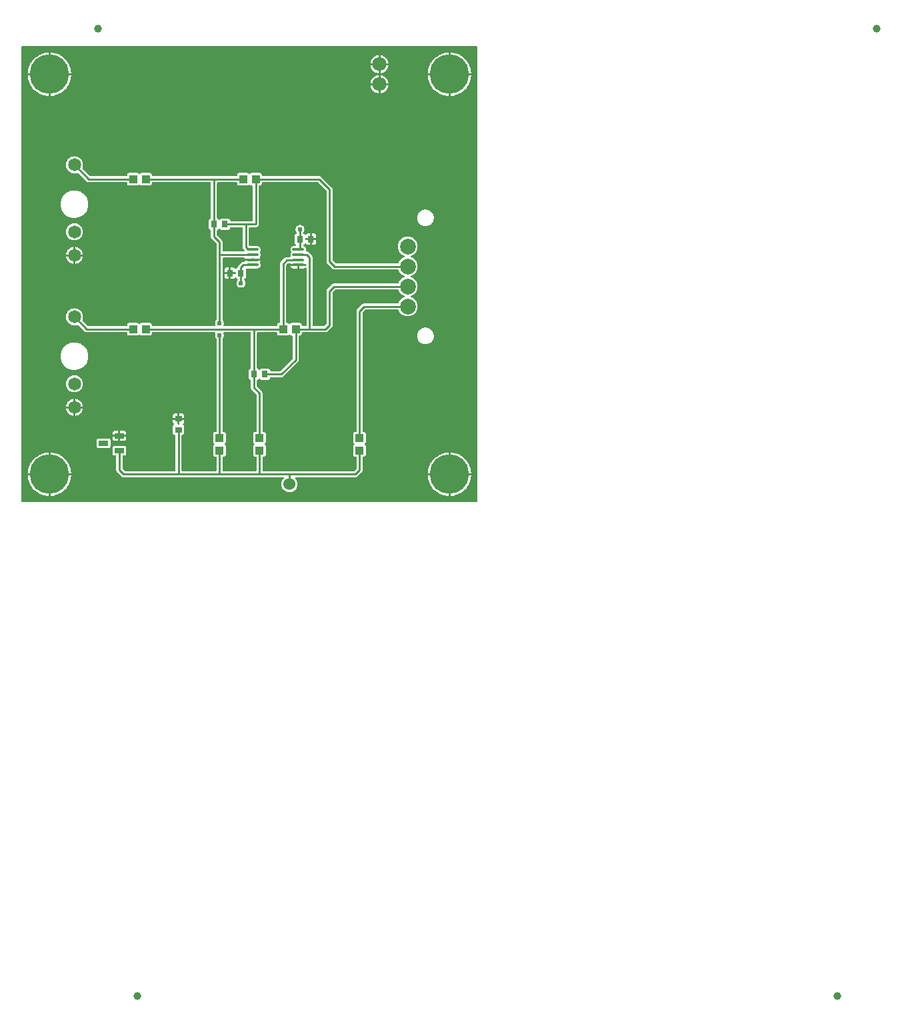
<source format=gtl>
G04 Layer: TopLayer*
G04 Panelize: V-CUT, Column: 2, Row: 2, Board Size: 58.42mm x 58.42mm, Panelized Board Size: 118.84mm x 118.84mm*
G04 EasyEDA v6.5.32, 2023-07-25 14:04:49*
G04 78adb3c971e143a89decd24a0aaa9f3b,5a6b42c53f6a479593ecc07194224c93,10*
G04 Gerber Generator version 0.2*
G04 Scale: 100 percent, Rotated: No, Reflected: No *
G04 Dimensions in millimeters *
G04 leading zeros omitted , absolute positions ,4 integer and 5 decimal *
%FSLAX45Y45*%
%MOMM*%

%ADD10C,0.2540*%
%ADD11R,1.0000X1.1000*%
%ADD12R,0.8000X0.9000*%
%ADD13R,0.9000X0.8000*%
%ADD14R,1.1000X1.0000*%
%ADD15R,1.2500X0.7000*%
%ADD16O,1.499997X0.3999992*%
%ADD17C,1.0000*%
%ADD18C,1.6500*%
%ADD19C,5.0000*%
%ADD20C,2.0000*%
%ADD21C,1.8000*%
%ADD22C,1.5240*%
%ADD23C,0.6096*%
%ADD24C,0.0103*%

%LPD*%
G36*
X5805932Y25908D02*
G01*
X36068Y26416D01*
X32156Y27178D01*
X28905Y29362D01*
X26670Y32664D01*
X25908Y36576D01*
X25908Y5805932D01*
X26670Y5809843D01*
X28905Y5813094D01*
X32156Y5815330D01*
X36068Y5816092D01*
X5805932Y5816092D01*
X5809843Y5815330D01*
X5813094Y5813094D01*
X5815330Y5809843D01*
X5816092Y5805932D01*
X5816092Y36068D01*
X5815330Y32207D01*
X5813094Y28905D01*
X5809843Y26670D01*
G37*

%LPC*%
G36*
X4584700Y5600700D02*
G01*
X4687112Y5600700D01*
X4686960Y5602528D01*
X4684268Y5616803D01*
X4679746Y5630672D01*
X4673549Y5643829D01*
X4665776Y5656122D01*
X4656480Y5667349D01*
X4645863Y5677306D01*
X4634077Y5685840D01*
X4621326Y5692851D01*
X4607814Y5698236D01*
X4593691Y5701842D01*
X4584700Y5702960D01*
G37*
G36*
X393700Y105562D02*
G01*
X398322Y105664D01*
X421284Y108051D01*
X443992Y112369D01*
X466242Y118618D01*
X487934Y126644D01*
X508812Y136499D01*
X528828Y148031D01*
X547827Y161239D01*
X565607Y175971D01*
X582117Y192125D01*
X597204Y209600D01*
X610819Y228295D01*
X622757Y248107D01*
X633018Y268782D01*
X641553Y290271D01*
X648208Y312369D01*
X653034Y334975D01*
X655929Y357936D01*
X656336Y368300D01*
X393700Y368300D01*
G37*
G36*
X5448300Y105613D02*
G01*
X5448300Y368300D01*
X5185410Y368300D01*
X5187289Y346405D01*
X5191150Y323646D01*
X5196890Y301244D01*
X5204460Y279450D01*
X5213858Y258317D01*
X5224983Y238099D01*
X5237784Y218846D01*
X5252161Y200710D01*
X5267960Y183896D01*
X5285130Y168402D01*
X5303520Y154432D01*
X5323027Y142087D01*
X5343499Y131368D01*
X5364835Y122428D01*
X5386781Y115265D01*
X5409285Y109982D01*
X5432145Y106629D01*
G37*
G36*
X368300Y105613D02*
G01*
X368300Y368300D01*
X105410Y368300D01*
X107289Y346405D01*
X111150Y323646D01*
X116890Y301244D01*
X124460Y279450D01*
X133858Y258317D01*
X144983Y238099D01*
X157784Y218846D01*
X172161Y200710D01*
X187960Y183896D01*
X205130Y168402D01*
X223520Y154432D01*
X243027Y142087D01*
X263499Y131368D01*
X284835Y122428D01*
X306781Y115265D01*
X329285Y109982D01*
X352145Y106629D01*
G37*
G36*
X3425596Y151993D02*
G01*
X3439210Y152450D01*
X3452672Y154686D01*
X3465677Y158750D01*
X3478072Y164490D01*
X3489553Y171805D01*
X3499967Y180644D01*
X3509111Y190754D01*
X3516833Y201980D01*
X3522979Y214172D01*
X3527450Y227025D01*
X3530193Y240385D01*
X3531108Y254000D01*
X3530193Y267614D01*
X3527450Y280974D01*
X3522979Y293878D01*
X3516833Y306019D01*
X3509111Y317246D01*
X3501745Y325424D01*
X3499764Y328726D01*
X3499104Y332587D01*
X3500018Y336346D01*
X3502202Y339547D01*
X3505454Y341630D01*
X3509264Y342392D01*
X4266692Y342392D01*
X4274718Y343204D01*
X4281932Y345389D01*
X4288637Y348945D01*
X4294835Y354076D01*
X4344924Y404164D01*
X4350054Y410362D01*
X4353610Y417068D01*
X4355795Y424281D01*
X4356608Y432308D01*
X4356608Y595934D01*
X4357370Y599846D01*
X4359605Y603097D01*
X4362856Y605332D01*
X4366768Y606094D01*
X4372406Y606094D01*
X4378756Y606806D01*
X4384192Y608736D01*
X4389120Y611784D01*
X4393184Y615899D01*
X4396282Y620776D01*
X4398213Y626262D01*
X4398924Y632561D01*
X4398924Y731418D01*
X4398213Y737768D01*
X4396282Y743204D01*
X4393184Y748131D01*
X4389120Y752195D01*
X4387240Y753414D01*
X4384294Y756208D01*
X4382668Y759968D01*
X4382668Y764032D01*
X4384294Y767791D01*
X4387240Y770585D01*
X4389120Y771804D01*
X4393184Y775868D01*
X4396282Y780796D01*
X4398213Y786231D01*
X4398924Y792581D01*
X4398924Y891438D01*
X4398213Y897737D01*
X4396282Y903224D01*
X4393184Y908100D01*
X4389120Y912215D01*
X4384192Y915263D01*
X4378756Y917194D01*
X4372406Y917905D01*
X4366768Y917905D01*
X4362856Y918667D01*
X4359605Y920851D01*
X4357370Y924153D01*
X4356608Y928065D01*
X4356608Y2430881D01*
X4357370Y2434793D01*
X4359605Y2438095D01*
X4392218Y2470708D01*
X4395520Y2472944D01*
X4399432Y2473706D01*
X4804156Y2473706D01*
X4807966Y2472994D01*
X4811217Y2470861D01*
X4813401Y2467711D01*
X4819751Y2453690D01*
X4827625Y2440635D01*
X4836972Y2428697D01*
X4847742Y2417927D01*
X4859680Y2408580D01*
X4872736Y2400706D01*
X4886553Y2394458D01*
X4901082Y2389936D01*
X4916017Y2387193D01*
X4931206Y2386279D01*
X4946396Y2387193D01*
X4961331Y2389936D01*
X4975860Y2394458D01*
X4989728Y2400706D01*
X5002733Y2408580D01*
X5014722Y2417927D01*
X5025440Y2428697D01*
X5034838Y2440635D01*
X5042662Y2453690D01*
X5048910Y2467508D01*
X5053431Y2482037D01*
X5056174Y2496972D01*
X5057089Y2512161D01*
X5056174Y2527350D01*
X5053431Y2542286D01*
X5048910Y2556814D01*
X5042662Y2570683D01*
X5034838Y2583688D01*
X5025440Y2595626D01*
X5014722Y2606395D01*
X5002733Y2615793D01*
X4989728Y2623616D01*
X4975809Y2629916D01*
X4972659Y2632151D01*
X4970526Y2635351D01*
X4969814Y2639161D01*
X4970526Y2642971D01*
X4972659Y2646222D01*
X4975809Y2648458D01*
X4989728Y2654706D01*
X5002733Y2662580D01*
X5014722Y2671927D01*
X5025440Y2682697D01*
X5034838Y2694635D01*
X5042662Y2707690D01*
X5048910Y2721508D01*
X5053431Y2736037D01*
X5056174Y2750972D01*
X5057089Y2766161D01*
X5056174Y2781350D01*
X5053431Y2796286D01*
X5048910Y2810814D01*
X5042662Y2824683D01*
X5034838Y2837688D01*
X5025440Y2849626D01*
X5014722Y2860395D01*
X5002733Y2869793D01*
X4989728Y2877616D01*
X4975809Y2883916D01*
X4972659Y2886151D01*
X4970526Y2889351D01*
X4969814Y2893161D01*
X4970526Y2896971D01*
X4972659Y2900222D01*
X4975809Y2902458D01*
X4989728Y2908706D01*
X5002733Y2916580D01*
X5014722Y2925927D01*
X5025440Y2936697D01*
X5034838Y2948635D01*
X5042662Y2961690D01*
X5048910Y2975508D01*
X5053431Y2990037D01*
X5056174Y3004972D01*
X5057089Y3020161D01*
X5056174Y3035350D01*
X5053431Y3050286D01*
X5048910Y3064814D01*
X5042662Y3078683D01*
X5034838Y3091688D01*
X5025440Y3103626D01*
X5014722Y3114395D01*
X5002733Y3123793D01*
X4989728Y3131616D01*
X4975809Y3137916D01*
X4972659Y3140151D01*
X4970526Y3143351D01*
X4969814Y3147161D01*
X4970526Y3150971D01*
X4972659Y3154222D01*
X4975809Y3156458D01*
X4989728Y3162706D01*
X5002733Y3170580D01*
X5014722Y3179927D01*
X5025440Y3190697D01*
X5034838Y3202635D01*
X5042662Y3215690D01*
X5048910Y3229508D01*
X5053431Y3244037D01*
X5056174Y3258972D01*
X5057089Y3274161D01*
X5056174Y3289350D01*
X5053431Y3304286D01*
X5048910Y3318814D01*
X5042662Y3332683D01*
X5034838Y3345687D01*
X5025440Y3357626D01*
X5014722Y3368395D01*
X5002733Y3377793D01*
X4989728Y3385616D01*
X4975860Y3391865D01*
X4961331Y3396386D01*
X4946396Y3399129D01*
X4931206Y3400044D01*
X4916017Y3399129D01*
X4901082Y3396386D01*
X4886553Y3391865D01*
X4872736Y3385616D01*
X4859680Y3377793D01*
X4847742Y3368395D01*
X4836972Y3357626D01*
X4827625Y3345687D01*
X4819751Y3332683D01*
X4813503Y3318814D01*
X4808982Y3304286D01*
X4806238Y3289350D01*
X4805324Y3274161D01*
X4806238Y3258972D01*
X4808982Y3244037D01*
X4813503Y3229508D01*
X4819751Y3215690D01*
X4827625Y3202635D01*
X4836972Y3190697D01*
X4847742Y3179927D01*
X4859680Y3170580D01*
X4872736Y3162706D01*
X4886655Y3156458D01*
X4889804Y3154222D01*
X4891887Y3150971D01*
X4892649Y3147161D01*
X4891887Y3143351D01*
X4889804Y3140151D01*
X4886655Y3137916D01*
X4872736Y3131616D01*
X4859680Y3123793D01*
X4847742Y3114395D01*
X4836972Y3103626D01*
X4827625Y3091688D01*
X4819751Y3078683D01*
X4813554Y3064916D01*
X4811318Y3061766D01*
X4808067Y3059633D01*
X4804308Y3058922D01*
X4023207Y3058922D01*
X4019296Y3059684D01*
X4015994Y3061868D01*
X3978605Y3099155D01*
X3976370Y3102457D01*
X3975608Y3106369D01*
X3975608Y3999992D01*
X3974795Y4008018D01*
X3972610Y4015232D01*
X3969054Y4021937D01*
X3963924Y4028135D01*
X3837635Y4154424D01*
X3831437Y4159554D01*
X3824732Y4163110D01*
X3817518Y4165295D01*
X3809492Y4166108D01*
X3087065Y4166108D01*
X3083153Y4166870D01*
X3079851Y4169105D01*
X3077667Y4172356D01*
X3076905Y4176268D01*
X3076905Y4181906D01*
X3076194Y4188256D01*
X3074263Y4193692D01*
X3071215Y4198620D01*
X3067100Y4202684D01*
X3062224Y4205782D01*
X3056737Y4207713D01*
X3050438Y4208424D01*
X2951581Y4208424D01*
X2945231Y4207713D01*
X2939796Y4205782D01*
X2934868Y4202684D01*
X2930804Y4198620D01*
X2929585Y4196740D01*
X2926791Y4193794D01*
X2923032Y4192168D01*
X2918968Y4192168D01*
X2915208Y4193794D01*
X2912414Y4196740D01*
X2911195Y4198620D01*
X2907131Y4202684D01*
X2902204Y4205782D01*
X2896768Y4207713D01*
X2890418Y4208424D01*
X2791561Y4208424D01*
X2785262Y4207713D01*
X2779776Y4205782D01*
X2774899Y4202684D01*
X2770784Y4198620D01*
X2767736Y4193692D01*
X2765806Y4188256D01*
X2765094Y4181906D01*
X2765094Y4176268D01*
X2764332Y4172356D01*
X2762097Y4169105D01*
X2758846Y4166870D01*
X2754934Y4166108D01*
X1690065Y4166108D01*
X1686153Y4166870D01*
X1682851Y4169105D01*
X1680667Y4172356D01*
X1679905Y4176268D01*
X1679905Y4181906D01*
X1679193Y4188256D01*
X1677263Y4193692D01*
X1674215Y4198620D01*
X1670100Y4202684D01*
X1665224Y4205782D01*
X1659737Y4207713D01*
X1653438Y4208424D01*
X1554581Y4208424D01*
X1548231Y4207713D01*
X1542796Y4205782D01*
X1537868Y4202684D01*
X1533804Y4198620D01*
X1532585Y4196740D01*
X1529791Y4193794D01*
X1526032Y4192168D01*
X1521968Y4192168D01*
X1518208Y4193794D01*
X1515414Y4196740D01*
X1514195Y4198620D01*
X1510131Y4202684D01*
X1505204Y4205782D01*
X1499768Y4207713D01*
X1493418Y4208424D01*
X1394561Y4208424D01*
X1388262Y4207713D01*
X1382776Y4205782D01*
X1377899Y4202684D01*
X1373784Y4198620D01*
X1370736Y4193692D01*
X1368806Y4188256D01*
X1368094Y4181906D01*
X1368094Y4176268D01*
X1367332Y4172356D01*
X1365097Y4169105D01*
X1361846Y4166870D01*
X1357934Y4166108D01*
X901192Y4166108D01*
X897331Y4166870D01*
X894029Y4169105D01*
X802081Y4261053D01*
X799947Y4264101D01*
X799134Y4267758D01*
X799642Y4271467D01*
X803198Y4281932D01*
X805942Y4295851D01*
X806907Y4309973D01*
X805942Y4324146D01*
X803198Y4338066D01*
X798626Y4351477D01*
X792378Y4364177D01*
X784504Y4375962D01*
X775157Y4386630D01*
X764489Y4395978D01*
X752703Y4403852D01*
X740003Y4410151D01*
X726541Y4414672D01*
X712673Y4417466D01*
X698500Y4418380D01*
X684377Y4417466D01*
X670458Y4414672D01*
X657047Y4410151D01*
X644296Y4403852D01*
X632510Y4395978D01*
X621842Y4386630D01*
X612495Y4375962D01*
X604621Y4364177D01*
X598373Y4351477D01*
X593801Y4338066D01*
X591058Y4324146D01*
X590092Y4309973D01*
X591058Y4295851D01*
X593801Y4281932D01*
X598373Y4268520D01*
X604621Y4255820D01*
X612495Y4244035D01*
X621842Y4233367D01*
X632510Y4224020D01*
X644296Y4216146D01*
X657047Y4209846D01*
X670458Y4205325D01*
X684377Y4202531D01*
X698500Y4201617D01*
X712673Y4202531D01*
X726541Y4205325D01*
X737057Y4208881D01*
X740765Y4209389D01*
X744372Y4208526D01*
X747471Y4206443D01*
X853338Y4100576D01*
X859586Y4095445D01*
X866241Y4091889D01*
X873506Y4089704D01*
X881532Y4088892D01*
X1357934Y4088892D01*
X1361846Y4088129D01*
X1365097Y4085894D01*
X1367332Y4082643D01*
X1368094Y4078732D01*
X1368094Y4073093D01*
X1368806Y4066743D01*
X1370736Y4061307D01*
X1373784Y4056379D01*
X1377899Y4052315D01*
X1382776Y4049217D01*
X1388262Y4047286D01*
X1394561Y4046575D01*
X1493418Y4046575D01*
X1499768Y4047286D01*
X1505204Y4049217D01*
X1510131Y4052315D01*
X1514195Y4056379D01*
X1515414Y4058259D01*
X1518208Y4061206D01*
X1521968Y4062831D01*
X1526032Y4062831D01*
X1529791Y4061206D01*
X1532585Y4058259D01*
X1533804Y4056379D01*
X1537868Y4052315D01*
X1542796Y4049217D01*
X1548231Y4047286D01*
X1554581Y4046575D01*
X1653438Y4046575D01*
X1659737Y4047286D01*
X1665224Y4049217D01*
X1670100Y4052315D01*
X1674215Y4056379D01*
X1677263Y4061307D01*
X1679193Y4066743D01*
X1679905Y4073093D01*
X1679905Y4078732D01*
X1680667Y4082643D01*
X1682851Y4085894D01*
X1686153Y4088129D01*
X1690065Y4088892D01*
X2421229Y4088892D01*
X2425141Y4088129D01*
X2428392Y4085894D01*
X2430627Y4082643D01*
X2431389Y4078732D01*
X2431389Y3635908D01*
X2430526Y3631844D01*
X2428138Y3628491D01*
X2424582Y3626307D01*
X2418791Y3624326D01*
X2413914Y3621227D01*
X2409799Y3617112D01*
X2406700Y3612235D01*
X2404821Y3606749D01*
X2404110Y3600450D01*
X2404110Y3511600D01*
X2404821Y3505250D01*
X2406700Y3499815D01*
X2409799Y3494887D01*
X2413914Y3490823D01*
X2418791Y3487724D01*
X2424480Y3485743D01*
X2428036Y3483610D01*
X2430424Y3480206D01*
X2431288Y3476142D01*
X2431288Y3398012D01*
X2432100Y3389985D01*
X2434285Y3382772D01*
X2437841Y3376066D01*
X2442972Y3369868D01*
X2498394Y3314395D01*
X2500630Y3311093D01*
X2501392Y3307181D01*
X2501392Y2343708D01*
X2500630Y2339797D01*
X2498394Y2336495D01*
X2496820Y2334920D01*
X2491181Y2326894D01*
X2487066Y2317953D01*
X2484526Y2308504D01*
X2483662Y2298700D01*
X2484526Y2288895D01*
X2487066Y2279446D01*
X2488844Y2275586D01*
X2489809Y2271623D01*
X2489149Y2267610D01*
X2486964Y2264206D01*
X2483612Y2261920D01*
X2479649Y2261108D01*
X1690065Y2261108D01*
X1686153Y2261870D01*
X1682851Y2264105D01*
X1680667Y2267356D01*
X1679905Y2271268D01*
X1679905Y2276906D01*
X1679193Y2283256D01*
X1677263Y2288692D01*
X1674215Y2293620D01*
X1670100Y2297684D01*
X1665224Y2300782D01*
X1659737Y2302713D01*
X1653438Y2303424D01*
X1554581Y2303424D01*
X1548231Y2302713D01*
X1542796Y2300782D01*
X1537868Y2297684D01*
X1533804Y2293620D01*
X1532585Y2291740D01*
X1529791Y2288794D01*
X1526032Y2287168D01*
X1521968Y2287168D01*
X1518208Y2288794D01*
X1515414Y2291740D01*
X1514195Y2293620D01*
X1510131Y2297684D01*
X1505204Y2300782D01*
X1499768Y2302713D01*
X1493418Y2303424D01*
X1394561Y2303424D01*
X1388262Y2302713D01*
X1382776Y2300782D01*
X1377899Y2297684D01*
X1373784Y2293620D01*
X1370736Y2288692D01*
X1368806Y2283256D01*
X1368094Y2276906D01*
X1368094Y2271268D01*
X1367332Y2267356D01*
X1365097Y2264105D01*
X1361846Y2261870D01*
X1357934Y2261108D01*
X875792Y2261108D01*
X871931Y2261870D01*
X868629Y2264105D01*
X802081Y2330653D01*
X799947Y2333752D01*
X799134Y2337358D01*
X799642Y2341067D01*
X803198Y2351532D01*
X805942Y2365451D01*
X806907Y2379624D01*
X805942Y2393746D01*
X803198Y2407666D01*
X798626Y2421077D01*
X792378Y2433777D01*
X784504Y2445562D01*
X775157Y2456230D01*
X764489Y2465578D01*
X752703Y2473452D01*
X739952Y2479751D01*
X726541Y2484323D01*
X712622Y2487066D01*
X698500Y2487980D01*
X684377Y2487066D01*
X670458Y2484323D01*
X657047Y2479751D01*
X644296Y2473452D01*
X632510Y2465578D01*
X621842Y2456230D01*
X612495Y2445562D01*
X604621Y2433777D01*
X598373Y2421077D01*
X593801Y2407666D01*
X591058Y2393746D01*
X590092Y2379624D01*
X591058Y2365451D01*
X593801Y2351532D01*
X598373Y2338120D01*
X604621Y2325420D01*
X612495Y2313635D01*
X621842Y2302967D01*
X632510Y2293620D01*
X644296Y2285746D01*
X657047Y2279446D01*
X670458Y2274925D01*
X684377Y2272131D01*
X698500Y2271217D01*
X712622Y2272131D01*
X726541Y2274925D01*
X737006Y2278481D01*
X740714Y2278989D01*
X744372Y2278126D01*
X747471Y2276043D01*
X827938Y2195576D01*
X834186Y2190445D01*
X840841Y2186889D01*
X848106Y2184704D01*
X856132Y2183892D01*
X1357934Y2183892D01*
X1361846Y2183130D01*
X1365097Y2180894D01*
X1367332Y2177643D01*
X1368094Y2173732D01*
X1368094Y2168093D01*
X1368806Y2161743D01*
X1370736Y2156307D01*
X1373784Y2151380D01*
X1377899Y2147316D01*
X1382776Y2144217D01*
X1388262Y2142286D01*
X1394561Y2141575D01*
X1493418Y2141575D01*
X1499768Y2142286D01*
X1505204Y2144217D01*
X1510131Y2147316D01*
X1514195Y2151380D01*
X1515414Y2153259D01*
X1518208Y2156206D01*
X1521968Y2157831D01*
X1526032Y2157831D01*
X1529791Y2156206D01*
X1532585Y2153259D01*
X1533804Y2151380D01*
X1537868Y2147316D01*
X1542796Y2144217D01*
X1548231Y2142286D01*
X1554581Y2141575D01*
X1653438Y2141575D01*
X1659737Y2142286D01*
X1665224Y2144217D01*
X1670100Y2147316D01*
X1674215Y2151380D01*
X1677263Y2156307D01*
X1679193Y2161743D01*
X1679905Y2168093D01*
X1679905Y2173732D01*
X1680667Y2177643D01*
X1682851Y2180894D01*
X1686153Y2183130D01*
X1690065Y2183892D01*
X2479649Y2183892D01*
X2483612Y2183079D01*
X2486964Y2180793D01*
X2489149Y2177389D01*
X2489809Y2173376D01*
X2488844Y2169414D01*
X2487066Y2165553D01*
X2484526Y2156104D01*
X2483662Y2146300D01*
X2484526Y2136495D01*
X2487066Y2127046D01*
X2491181Y2118106D01*
X2496820Y2110079D01*
X2498394Y2108504D01*
X2500630Y2105202D01*
X2501392Y2101291D01*
X2501392Y928065D01*
X2500630Y924153D01*
X2498394Y920851D01*
X2495143Y918667D01*
X2491232Y917905D01*
X2485593Y917905D01*
X2479243Y917194D01*
X2473807Y915263D01*
X2468880Y912215D01*
X2464816Y908100D01*
X2461717Y903224D01*
X2459786Y897737D01*
X2459075Y891438D01*
X2459075Y792581D01*
X2459786Y786231D01*
X2461717Y780796D01*
X2464816Y775868D01*
X2468880Y771804D01*
X2470759Y770585D01*
X2473706Y767791D01*
X2475331Y764032D01*
X2475331Y759968D01*
X2473706Y756208D01*
X2470759Y753414D01*
X2468880Y752195D01*
X2464816Y748131D01*
X2461717Y743204D01*
X2459786Y737768D01*
X2459075Y731418D01*
X2459075Y632561D01*
X2459786Y626262D01*
X2461717Y620776D01*
X2464816Y615899D01*
X2468880Y611784D01*
X2473807Y608736D01*
X2479243Y606806D01*
X2485593Y606094D01*
X2491232Y606094D01*
X2495143Y605332D01*
X2498394Y603097D01*
X2500630Y599846D01*
X2501392Y595934D01*
X2501392Y429768D01*
X2500630Y425856D01*
X2498394Y422605D01*
X2495143Y420370D01*
X2491232Y419608D01*
X2068068Y419608D01*
X2064156Y420370D01*
X2060905Y422605D01*
X2058670Y425856D01*
X2057907Y429768D01*
X2057907Y870356D01*
X2058568Y874014D01*
X2060498Y877163D01*
X2063394Y879398D01*
X2066950Y880465D01*
X2070049Y880821D01*
X2075535Y882751D01*
X2080412Y885799D01*
X2084527Y889914D01*
X2087625Y894791D01*
X2089505Y900277D01*
X2090216Y906576D01*
X2090216Y985469D01*
X2089505Y991768D01*
X2087625Y997254D01*
X2084527Y1002131D01*
X2080412Y1006246D01*
X2078532Y1007414D01*
X2075586Y1010208D01*
X2074011Y1013968D01*
X2074011Y1018032D01*
X2075586Y1021791D01*
X2078532Y1024585D01*
X2080412Y1025804D01*
X2084527Y1029868D01*
X2087625Y1034796D01*
X2089505Y1040231D01*
X2090216Y1046581D01*
X2090216Y1073302D01*
X2032000Y1073302D01*
X2032000Y1022096D01*
X2031238Y1018184D01*
X2029053Y1014882D01*
X2025751Y1012698D01*
X2021839Y1011936D01*
X2016760Y1011936D01*
X2012899Y1012698D01*
X2009597Y1014882D01*
X2007412Y1018184D01*
X2006600Y1022096D01*
X2006600Y1073302D01*
X1948434Y1073302D01*
X1948434Y1046581D01*
X1949145Y1040231D01*
X1951024Y1034796D01*
X1954123Y1029868D01*
X1958187Y1025804D01*
X1960067Y1024585D01*
X1963013Y1021791D01*
X1964639Y1018032D01*
X1964639Y1013968D01*
X1963013Y1010208D01*
X1960067Y1007414D01*
X1958187Y1006246D01*
X1954123Y1002131D01*
X1951024Y997254D01*
X1949145Y991768D01*
X1948434Y985469D01*
X1948434Y906576D01*
X1949145Y900277D01*
X1951024Y894791D01*
X1954123Y889914D01*
X1958187Y885799D01*
X1963115Y882751D01*
X1968550Y880821D01*
X1971649Y880465D01*
X1975205Y879398D01*
X1978101Y877163D01*
X1980031Y874014D01*
X1980692Y870356D01*
X1980692Y429768D01*
X1979930Y425856D01*
X1977694Y422605D01*
X1974443Y420370D01*
X1970532Y419608D01*
X1341018Y419608D01*
X1337106Y420370D01*
X1333804Y422605D01*
X1309979Y446430D01*
X1307795Y449732D01*
X1307033Y453593D01*
X1307033Y608634D01*
X1307795Y612495D01*
X1309979Y615797D01*
X1313281Y618032D01*
X1317193Y618794D01*
X1330299Y618794D01*
X1336649Y619506D01*
X1342085Y621436D01*
X1347012Y624484D01*
X1351076Y628599D01*
X1354175Y633476D01*
X1356106Y638962D01*
X1356817Y645261D01*
X1356817Y714146D01*
X1356106Y720445D01*
X1354175Y725932D01*
X1351076Y730808D01*
X1347012Y734923D01*
X1342085Y737971D01*
X1336649Y739902D01*
X1330299Y740613D01*
X1206449Y740613D01*
X1200150Y739902D01*
X1194663Y737971D01*
X1189786Y734923D01*
X1185672Y730808D01*
X1182624Y725932D01*
X1180693Y720445D01*
X1179982Y714146D01*
X1179982Y645261D01*
X1180693Y638962D01*
X1182624Y633476D01*
X1185672Y628599D01*
X1189786Y624484D01*
X1194663Y621436D01*
X1200150Y619506D01*
X1206449Y618794D01*
X1219657Y618794D01*
X1223518Y618032D01*
X1226820Y615797D01*
X1229004Y612495D01*
X1229817Y608634D01*
X1229817Y433882D01*
X1230579Y425856D01*
X1232763Y418642D01*
X1236319Y411988D01*
X1241450Y405739D01*
X1293164Y354076D01*
X1299362Y348945D01*
X1306068Y345389D01*
X1313281Y343204D01*
X1321308Y342392D01*
X3348736Y342392D01*
X3352647Y341630D01*
X3356000Y339394D01*
X3358184Y336042D01*
X3358896Y332130D01*
X3358083Y328218D01*
X3355797Y324916D01*
X3353308Y322478D01*
X3344824Y311759D01*
X3337864Y300024D01*
X3332581Y287477D01*
X3328974Y274320D01*
X3327146Y260807D01*
X3327146Y247192D01*
X3328974Y233679D01*
X3332581Y220522D01*
X3337864Y207975D01*
X3344824Y196240D01*
X3353308Y185521D01*
X3363112Y176022D01*
X3374085Y167944D01*
X3386023Y161391D01*
X3398774Y156514D01*
X3412032Y153314D01*
G37*
G36*
X5473700Y393700D02*
G01*
X5736336Y393700D01*
X5735929Y404063D01*
X5733034Y427024D01*
X5728208Y449630D01*
X5721553Y471728D01*
X5713018Y493217D01*
X5702757Y513892D01*
X5690819Y533704D01*
X5677204Y552348D01*
X5662117Y569874D01*
X5645607Y586028D01*
X5627827Y600760D01*
X5608828Y613968D01*
X5588812Y625500D01*
X5567934Y635355D01*
X5546242Y643382D01*
X5523992Y649630D01*
X5501284Y653948D01*
X5478322Y656336D01*
X5473700Y656437D01*
G37*
G36*
X393700Y393700D02*
G01*
X656336Y393700D01*
X655929Y404063D01*
X653034Y427024D01*
X648208Y449630D01*
X641553Y471728D01*
X633018Y493217D01*
X622757Y513892D01*
X610819Y533704D01*
X597204Y552348D01*
X582117Y569874D01*
X565607Y586028D01*
X547827Y600760D01*
X528828Y613968D01*
X508812Y625500D01*
X487934Y635355D01*
X466242Y643382D01*
X443992Y649630D01*
X421284Y653948D01*
X398322Y656336D01*
X393700Y656437D01*
G37*
G36*
X5185410Y393700D02*
G01*
X5448300Y393700D01*
X5448300Y656386D01*
X5432145Y655370D01*
X5409285Y652018D01*
X5386781Y646734D01*
X5364835Y639572D01*
X5343499Y630631D01*
X5323027Y619912D01*
X5303520Y607568D01*
X5285130Y593598D01*
X5267960Y578104D01*
X5252161Y561289D01*
X5237784Y543153D01*
X5224983Y523900D01*
X5213858Y503682D01*
X5204460Y482549D01*
X5196890Y460756D01*
X5191150Y438353D01*
X5187289Y415594D01*
G37*
G36*
X105410Y393700D02*
G01*
X368300Y393700D01*
X368300Y656386D01*
X352145Y655370D01*
X329285Y652018D01*
X306781Y646734D01*
X284835Y639572D01*
X263499Y630631D01*
X243027Y619912D01*
X223520Y607568D01*
X205130Y593598D01*
X187960Y578104D01*
X172161Y561289D01*
X157784Y543153D01*
X144983Y523900D01*
X133858Y503682D01*
X124460Y482549D01*
X116890Y460756D01*
X111150Y438353D01*
X107289Y415594D01*
G37*
G36*
X4456887Y5600700D02*
G01*
X4559300Y5600700D01*
X4559300Y5702960D01*
X4550308Y5701842D01*
X4536186Y5698236D01*
X4522673Y5692851D01*
X4509922Y5685840D01*
X4498136Y5677306D01*
X4487519Y5667349D01*
X4478223Y5656122D01*
X4470450Y5643829D01*
X4464253Y5630672D01*
X4459732Y5616803D01*
X4457039Y5602528D01*
G37*
G36*
X105410Y5473700D02*
G01*
X368300Y5473700D01*
X368300Y5736386D01*
X352145Y5735370D01*
X329285Y5732018D01*
X306781Y5726734D01*
X284835Y5719572D01*
X263499Y5710631D01*
X243027Y5699912D01*
X223520Y5687568D01*
X205130Y5673598D01*
X187960Y5658104D01*
X172161Y5641289D01*
X157784Y5623153D01*
X144983Y5603900D01*
X133858Y5583682D01*
X124460Y5562549D01*
X116890Y5540756D01*
X111150Y5518353D01*
X107289Y5495594D01*
G37*
G36*
X5185410Y5473700D02*
G01*
X5448300Y5473700D01*
X5448300Y5736386D01*
X5432145Y5735370D01*
X5409285Y5732018D01*
X5386781Y5726734D01*
X5364835Y5719572D01*
X5343499Y5710631D01*
X5323027Y5699912D01*
X5303520Y5687568D01*
X5285130Y5673598D01*
X5267960Y5658104D01*
X5252161Y5641289D01*
X5237784Y5623153D01*
X5224983Y5603900D01*
X5213858Y5583682D01*
X5204460Y5562549D01*
X5196890Y5540756D01*
X5191150Y5518353D01*
X5187289Y5495594D01*
G37*
G36*
X5473700Y5473700D02*
G01*
X5736336Y5473700D01*
X5735929Y5484063D01*
X5733034Y5507024D01*
X5728208Y5529630D01*
X5721553Y5551728D01*
X5713018Y5573217D01*
X5702757Y5593892D01*
X5690819Y5613704D01*
X5677204Y5632348D01*
X5662117Y5649874D01*
X5645607Y5666028D01*
X5627827Y5680760D01*
X5608828Y5693968D01*
X5588812Y5705500D01*
X5567934Y5715355D01*
X5546242Y5723382D01*
X5523992Y5729630D01*
X5501284Y5733948D01*
X5478322Y5736336D01*
X5473700Y5736437D01*
G37*
G36*
X1006500Y713790D02*
G01*
X1130350Y713790D01*
X1136650Y714502D01*
X1142136Y716432D01*
X1147013Y719480D01*
X1151128Y723595D01*
X1154176Y728472D01*
X1156106Y733958D01*
X1156817Y740257D01*
X1156817Y809142D01*
X1156106Y815441D01*
X1154176Y820928D01*
X1151128Y825804D01*
X1147013Y829919D01*
X1142136Y832967D01*
X1136650Y834898D01*
X1130350Y835609D01*
X1006500Y835609D01*
X1000150Y834898D01*
X994714Y832967D01*
X989787Y829919D01*
X985723Y825804D01*
X982624Y820928D01*
X980694Y815441D01*
X979982Y809142D01*
X979982Y740257D01*
X980694Y733958D01*
X982624Y728472D01*
X985723Y723595D01*
X989787Y719480D01*
X994714Y716432D01*
X1000150Y714502D01*
G37*
G36*
X1206449Y808786D02*
G01*
X1255674Y808786D01*
X1255674Y856996D01*
X1179982Y856996D01*
X1179982Y835253D01*
X1180693Y828954D01*
X1182624Y823468D01*
X1185672Y818591D01*
X1189786Y814476D01*
X1194663Y811428D01*
X1200150Y809498D01*
G37*
G36*
X1281074Y808786D02*
G01*
X1330299Y808786D01*
X1336649Y809498D01*
X1342085Y811428D01*
X1347012Y814476D01*
X1351076Y818591D01*
X1354175Y823468D01*
X1356106Y828954D01*
X1356817Y835253D01*
X1356817Y856996D01*
X1281074Y856996D01*
G37*
G36*
X1281074Y882396D02*
G01*
X1356817Y882396D01*
X1356817Y904138D01*
X1356106Y910437D01*
X1354175Y915924D01*
X1351076Y920800D01*
X1347012Y924915D01*
X1342085Y927963D01*
X1336649Y929894D01*
X1330299Y930605D01*
X1281074Y930605D01*
G37*
G36*
X1179982Y882396D02*
G01*
X1255674Y882396D01*
X1255674Y930605D01*
X1206449Y930605D01*
X1200150Y929894D01*
X1194663Y927963D01*
X1189786Y924915D01*
X1185672Y920800D01*
X1182624Y915924D01*
X1180693Y910437D01*
X1179982Y904138D01*
G37*
G36*
X393700Y5473700D02*
G01*
X656336Y5473700D01*
X655929Y5484063D01*
X653034Y5507024D01*
X648208Y5529630D01*
X641553Y5551728D01*
X633018Y5573217D01*
X622757Y5593892D01*
X610819Y5613704D01*
X597204Y5632348D01*
X582117Y5649874D01*
X565607Y5666028D01*
X547827Y5680760D01*
X528828Y5693968D01*
X508812Y5705500D01*
X487934Y5715355D01*
X466242Y5723382D01*
X443992Y5729630D01*
X421284Y5733948D01*
X398322Y5736336D01*
X393700Y5736437D01*
G37*
G36*
X1948434Y1098702D02*
G01*
X2006600Y1098702D01*
X2006600Y1151890D01*
X1974900Y1151890D01*
X1968550Y1151178D01*
X1963115Y1149299D01*
X1958187Y1146200D01*
X1954123Y1142085D01*
X1951024Y1137208D01*
X1949145Y1131773D01*
X1948434Y1125423D01*
G37*
G36*
X2032000Y1098702D02*
G01*
X2090216Y1098702D01*
X2090216Y1125423D01*
X2089505Y1131773D01*
X2087625Y1137208D01*
X2084527Y1142085D01*
X2080412Y1146200D01*
X2075535Y1149299D01*
X2070049Y1151178D01*
X2063750Y1151890D01*
X2032000Y1151890D01*
G37*
G36*
X685800Y1122019D02*
G01*
X685800Y1216914D01*
X590956Y1216914D01*
X591058Y1215440D01*
X593801Y1201521D01*
X598373Y1188110D01*
X604621Y1175410D01*
X612495Y1163624D01*
X621842Y1152956D01*
X632510Y1143609D01*
X644296Y1135735D01*
X657047Y1129436D01*
X670458Y1124915D01*
X684377Y1122121D01*
G37*
G36*
X711200Y1122019D02*
G01*
X712622Y1122121D01*
X726541Y1124915D01*
X739952Y1129436D01*
X752703Y1135735D01*
X764489Y1143609D01*
X775157Y1152956D01*
X784504Y1163624D01*
X792378Y1175410D01*
X798626Y1188110D01*
X803198Y1201521D01*
X805942Y1215440D01*
X806043Y1216914D01*
X711200Y1216914D01*
G37*
G36*
X590956Y1242314D02*
G01*
X685800Y1242314D01*
X685800Y1337157D01*
X684377Y1337056D01*
X670458Y1334312D01*
X657047Y1329740D01*
X644296Y1323441D01*
X632510Y1315567D01*
X621842Y1306220D01*
X612495Y1295552D01*
X604621Y1283766D01*
X598373Y1271066D01*
X593801Y1257655D01*
X591058Y1243736D01*
G37*
G36*
X711200Y1242314D02*
G01*
X806043Y1242314D01*
X805942Y1243736D01*
X803198Y1257655D01*
X798626Y1271066D01*
X792378Y1283766D01*
X784504Y1295552D01*
X775157Y1306220D01*
X764489Y1315567D01*
X752703Y1323441D01*
X739952Y1329740D01*
X726541Y1334312D01*
X712622Y1337056D01*
X711200Y1337157D01*
G37*
G36*
X698500Y1421231D02*
G01*
X712622Y1422146D01*
X726541Y1424940D01*
X739952Y1429461D01*
X752703Y1435760D01*
X764489Y1443634D01*
X775157Y1452981D01*
X784504Y1463649D01*
X792378Y1475435D01*
X798626Y1488135D01*
X803198Y1501546D01*
X805942Y1515465D01*
X806907Y1529638D01*
X805942Y1543761D01*
X803198Y1557680D01*
X798626Y1571091D01*
X792378Y1583791D01*
X784504Y1595577D01*
X775157Y1606245D01*
X764489Y1615592D01*
X752703Y1623466D01*
X739952Y1629765D01*
X726541Y1634337D01*
X712622Y1637080D01*
X698500Y1637995D01*
X684377Y1637080D01*
X670458Y1634337D01*
X657047Y1629765D01*
X644296Y1623466D01*
X632510Y1615592D01*
X621842Y1606245D01*
X612495Y1595577D01*
X604621Y1583791D01*
X598373Y1571091D01*
X593801Y1557680D01*
X591058Y1543761D01*
X590092Y1529638D01*
X591058Y1515465D01*
X593801Y1501546D01*
X598373Y1488135D01*
X604621Y1475435D01*
X612495Y1463649D01*
X621842Y1452981D01*
X632510Y1443634D01*
X644296Y1435760D01*
X657047Y1429461D01*
X670458Y1424940D01*
X684377Y1422146D01*
G37*
G36*
X4584700Y5473039D02*
G01*
X4593691Y5474157D01*
X4607814Y5477764D01*
X4621326Y5483148D01*
X4634077Y5490159D01*
X4645863Y5498693D01*
X4656480Y5508650D01*
X4665776Y5519877D01*
X4673549Y5532170D01*
X4679746Y5545328D01*
X4684268Y5559196D01*
X4686960Y5573471D01*
X4687112Y5575300D01*
X4584700Y5575300D01*
G37*
G36*
X4559300Y5473039D02*
G01*
X4559300Y5575300D01*
X4456887Y5575300D01*
X4457039Y5573471D01*
X4459732Y5559196D01*
X4464253Y5545328D01*
X4470450Y5532170D01*
X4478223Y5519877D01*
X4487519Y5508650D01*
X4498136Y5498693D01*
X4509922Y5490159D01*
X4522673Y5483148D01*
X4536186Y5477764D01*
X4550308Y5474157D01*
G37*
G36*
X703021Y1703781D02*
G01*
X721106Y1705152D01*
X738886Y1708404D01*
X756310Y1713484D01*
X773074Y1720291D01*
X789025Y1728825D01*
X804062Y1738934D01*
X817981Y1750517D01*
X830630Y1763471D01*
X841857Y1777695D01*
X851560Y1792986D01*
X859688Y1809140D01*
X866038Y1826107D01*
X870661Y1843633D01*
X873455Y1861515D01*
X874369Y1879600D01*
X873455Y1897684D01*
X870661Y1915566D01*
X866038Y1933092D01*
X859688Y1950059D01*
X851560Y1966214D01*
X841857Y1981504D01*
X830630Y1995728D01*
X817981Y2008682D01*
X804062Y2020265D01*
X789025Y2030374D01*
X773074Y2038908D01*
X756310Y2045716D01*
X738886Y2050796D01*
X721106Y2054047D01*
X703021Y2055418D01*
X684936Y2054961D01*
X666953Y2052624D01*
X649325Y2048510D01*
X632256Y2042515D01*
X615848Y2034844D01*
X600303Y2025548D01*
X585825Y2014677D01*
X572516Y2002383D01*
X560578Y1988769D01*
X550062Y1973986D01*
X541172Y1958238D01*
X533908Y1941626D01*
X528421Y1924405D01*
X524713Y1906676D01*
X522833Y1888642D01*
X522833Y1870557D01*
X524713Y1852523D01*
X528421Y1834794D01*
X533908Y1817573D01*
X541172Y1800961D01*
X550062Y1785213D01*
X560578Y1770430D01*
X572516Y1756816D01*
X585825Y1744522D01*
X600303Y1733651D01*
X615848Y1724355D01*
X632256Y1716684D01*
X649325Y1710689D01*
X666953Y1706575D01*
X684936Y1704238D01*
G37*
G36*
X4456887Y5346700D02*
G01*
X4559300Y5346700D01*
X4559300Y5448960D01*
X4550308Y5447842D01*
X4536186Y5444236D01*
X4522673Y5438851D01*
X4509922Y5431840D01*
X4498136Y5423306D01*
X4487519Y5413349D01*
X4478223Y5402122D01*
X4470450Y5389829D01*
X4464253Y5376672D01*
X4459732Y5362803D01*
X4457039Y5348528D01*
G37*
G36*
X5156250Y2031034D02*
G01*
X5170068Y2031898D01*
X5183632Y2034641D01*
X5196738Y2039061D01*
X5209184Y2045207D01*
X5220665Y2052878D01*
X5231079Y2062022D01*
X5240223Y2072436D01*
X5247944Y2083968D01*
X5254040Y2096363D01*
X5258511Y2109520D01*
X5261203Y2123084D01*
X5262118Y2136902D01*
X5261203Y2150719D01*
X5258511Y2164283D01*
X5254040Y2177440D01*
X5247944Y2189835D01*
X5240223Y2201367D01*
X5231079Y2211781D01*
X5220665Y2220925D01*
X5209184Y2228596D01*
X5196738Y2234742D01*
X5183632Y2239162D01*
X5170068Y2241905D01*
X5156250Y2242769D01*
X5142382Y2241905D01*
X5128818Y2239162D01*
X5115712Y2234742D01*
X5103266Y2228596D01*
X5091785Y2220925D01*
X5081371Y2211781D01*
X5072227Y2201367D01*
X5064506Y2189835D01*
X5058410Y2177440D01*
X5053939Y2164283D01*
X5051247Y2150719D01*
X5050332Y2136902D01*
X5051247Y2123084D01*
X5053939Y2109520D01*
X5058410Y2096363D01*
X5064506Y2083968D01*
X5072227Y2072436D01*
X5081371Y2062022D01*
X5091785Y2052878D01*
X5103266Y2045207D01*
X5115712Y2039061D01*
X5128818Y2034641D01*
X5142382Y2031898D01*
G37*
G36*
X4584700Y5346700D02*
G01*
X4687112Y5346700D01*
X4686960Y5348528D01*
X4684268Y5362803D01*
X4679746Y5376672D01*
X4673549Y5389829D01*
X4665776Y5402122D01*
X4656480Y5413349D01*
X4645863Y5423306D01*
X4634077Y5431840D01*
X4621326Y5438851D01*
X4607814Y5444236D01*
X4593691Y5447842D01*
X4584700Y5448960D01*
G37*
G36*
X4584700Y5219039D02*
G01*
X4593691Y5220157D01*
X4607814Y5223764D01*
X4621326Y5229148D01*
X4634077Y5236159D01*
X4645863Y5244693D01*
X4656480Y5254650D01*
X4665776Y5265877D01*
X4673549Y5278170D01*
X4679746Y5291328D01*
X4684268Y5305196D01*
X4686960Y5319471D01*
X4687112Y5321300D01*
X4584700Y5321300D01*
G37*
G36*
X4559300Y5219039D02*
G01*
X4559300Y5321300D01*
X4456887Y5321300D01*
X4457039Y5319471D01*
X4459732Y5305196D01*
X4464253Y5291328D01*
X4470450Y5278170D01*
X4478223Y5265877D01*
X4487519Y5254650D01*
X4498136Y5244693D01*
X4509922Y5236159D01*
X4522673Y5229148D01*
X4536186Y5223764D01*
X4550308Y5220157D01*
G37*
G36*
X368300Y5185613D02*
G01*
X368300Y5448300D01*
X105410Y5448300D01*
X107289Y5426405D01*
X111150Y5403646D01*
X116890Y5381244D01*
X124460Y5359450D01*
X133858Y5338318D01*
X144983Y5318099D01*
X157784Y5298846D01*
X172161Y5280710D01*
X187960Y5263896D01*
X205130Y5248402D01*
X223520Y5234432D01*
X243027Y5222087D01*
X263499Y5211368D01*
X284835Y5202428D01*
X306781Y5195265D01*
X329285Y5189982D01*
X352145Y5186629D01*
G37*
G36*
X5448300Y5185613D02*
G01*
X5448300Y5448300D01*
X5185410Y5448300D01*
X5187289Y5426405D01*
X5191150Y5403646D01*
X5196890Y5381244D01*
X5204460Y5359450D01*
X5213858Y5338318D01*
X5224983Y5318099D01*
X5237784Y5298846D01*
X5252161Y5280710D01*
X5267960Y5263896D01*
X5285130Y5248402D01*
X5303520Y5234432D01*
X5323027Y5222087D01*
X5343499Y5211368D01*
X5364835Y5202428D01*
X5386781Y5195265D01*
X5409285Y5189982D01*
X5432145Y5186629D01*
G37*
G36*
X393700Y5185562D02*
G01*
X398322Y5185664D01*
X421284Y5188051D01*
X443992Y5192369D01*
X466242Y5198618D01*
X487934Y5206644D01*
X508812Y5216499D01*
X528828Y5228031D01*
X547827Y5241239D01*
X565607Y5255971D01*
X582117Y5272125D01*
X597204Y5289600D01*
X610819Y5308295D01*
X622757Y5328107D01*
X633018Y5348782D01*
X641553Y5370271D01*
X648208Y5392369D01*
X653034Y5414975D01*
X655929Y5437936D01*
X656336Y5448300D01*
X393700Y5448300D01*
G37*
G36*
X5473700Y5185562D02*
G01*
X5478322Y5185664D01*
X5501284Y5188051D01*
X5523992Y5192369D01*
X5546242Y5198618D01*
X5567934Y5206644D01*
X5588812Y5216499D01*
X5608828Y5228031D01*
X5627827Y5241239D01*
X5645607Y5255971D01*
X5662117Y5272125D01*
X5677204Y5289600D01*
X5690819Y5308295D01*
X5702757Y5328107D01*
X5713018Y5348782D01*
X5721553Y5370271D01*
X5728208Y5392369D01*
X5733034Y5414975D01*
X5735929Y5437936D01*
X5736336Y5448300D01*
X5473700Y5448300D01*
G37*
G36*
X703021Y3634181D02*
G01*
X721106Y3635552D01*
X738886Y3638804D01*
X756310Y3643884D01*
X773074Y3650691D01*
X789025Y3659225D01*
X804062Y3669334D01*
X817981Y3680917D01*
X830630Y3693871D01*
X841857Y3708095D01*
X851560Y3723386D01*
X859688Y3739540D01*
X866038Y3756507D01*
X870661Y3774033D01*
X873455Y3791915D01*
X874369Y3810000D01*
X873455Y3828084D01*
X870661Y3845966D01*
X866038Y3863492D01*
X859688Y3880459D01*
X851560Y3896614D01*
X841857Y3911904D01*
X830630Y3926128D01*
X817981Y3939082D01*
X804062Y3950665D01*
X789025Y3960774D01*
X773074Y3969308D01*
X756310Y3976115D01*
X738886Y3981196D01*
X721106Y3984447D01*
X703021Y3985818D01*
X684936Y3985361D01*
X666953Y3983024D01*
X649325Y3978910D01*
X632256Y3972915D01*
X615848Y3965244D01*
X600303Y3955948D01*
X585825Y3945077D01*
X572516Y3932783D01*
X560578Y3919169D01*
X550062Y3904386D01*
X541172Y3888638D01*
X533908Y3872026D01*
X528421Y3854805D01*
X524713Y3837076D01*
X522833Y3819042D01*
X522833Y3800957D01*
X524713Y3782923D01*
X528421Y3765194D01*
X533908Y3747973D01*
X541172Y3731361D01*
X550062Y3715613D01*
X560578Y3700830D01*
X572516Y3687216D01*
X585825Y3674922D01*
X600303Y3664051D01*
X615848Y3654755D01*
X632256Y3647084D01*
X649325Y3641090D01*
X666953Y3636975D01*
X684936Y3634638D01*
G37*
G36*
X5156250Y3530904D02*
G01*
X5170068Y3531819D01*
X5183632Y3534511D01*
X5196738Y3538982D01*
X5209184Y3545078D01*
X5220665Y3552799D01*
X5231079Y3561943D01*
X5240223Y3572357D01*
X5247944Y3583838D01*
X5254040Y3596284D01*
X5258511Y3609390D01*
X5261203Y3622954D01*
X5262118Y3636772D01*
X5261203Y3650640D01*
X5258511Y3664204D01*
X5254040Y3677310D01*
X5247944Y3689756D01*
X5240223Y3701237D01*
X5231079Y3711651D01*
X5220665Y3720795D01*
X5209184Y3728516D01*
X5196738Y3734612D01*
X5183632Y3739083D01*
X5170068Y3741775D01*
X5156250Y3742690D01*
X5142382Y3741775D01*
X5128818Y3739083D01*
X5115712Y3734612D01*
X5103266Y3728516D01*
X5091785Y3720795D01*
X5081371Y3711651D01*
X5072227Y3701237D01*
X5064506Y3689756D01*
X5058410Y3677310D01*
X5053939Y3664204D01*
X5051247Y3650640D01*
X5050332Y3636772D01*
X5051247Y3622954D01*
X5053939Y3609390D01*
X5058410Y3596284D01*
X5064506Y3583838D01*
X5072227Y3572357D01*
X5081371Y3561943D01*
X5091785Y3552799D01*
X5103266Y3545078D01*
X5115712Y3538982D01*
X5128818Y3534511D01*
X5142382Y3531819D01*
G37*
G36*
X698500Y3351631D02*
G01*
X712673Y3352546D01*
X726541Y3355340D01*
X740003Y3359861D01*
X752703Y3366160D01*
X764489Y3374034D01*
X775157Y3383381D01*
X784504Y3394049D01*
X792378Y3405835D01*
X798626Y3418535D01*
X803198Y3431946D01*
X805942Y3445865D01*
X806907Y3459987D01*
X805942Y3474161D01*
X803198Y3488080D01*
X798626Y3501491D01*
X792378Y3514191D01*
X784504Y3525977D01*
X775157Y3536645D01*
X764489Y3545992D01*
X752703Y3553866D01*
X740003Y3560165D01*
X726541Y3564686D01*
X712673Y3567480D01*
X698500Y3568395D01*
X684377Y3567480D01*
X670458Y3564686D01*
X657047Y3560165D01*
X644296Y3553866D01*
X632510Y3545992D01*
X621842Y3536645D01*
X612495Y3525977D01*
X604621Y3514191D01*
X598373Y3501491D01*
X593801Y3488080D01*
X591058Y3474161D01*
X590092Y3459987D01*
X591058Y3445865D01*
X593801Y3431946D01*
X598373Y3418535D01*
X604621Y3405835D01*
X612495Y3394049D01*
X621842Y3383381D01*
X632510Y3374034D01*
X644296Y3366160D01*
X657047Y3359861D01*
X670458Y3355340D01*
X684377Y3352546D01*
G37*
G36*
X711200Y3172663D02*
G01*
X806043Y3172663D01*
X805942Y3174136D01*
X803198Y3188055D01*
X798626Y3201466D01*
X792378Y3214166D01*
X784504Y3225952D01*
X775157Y3236620D01*
X764489Y3245967D01*
X752703Y3253841D01*
X740003Y3260140D01*
X726541Y3264662D01*
X712673Y3267456D01*
X711200Y3267557D01*
G37*
G36*
X590956Y3172663D02*
G01*
X685800Y3172663D01*
X685800Y3267557D01*
X684377Y3267456D01*
X670458Y3264662D01*
X657047Y3260140D01*
X644296Y3253841D01*
X632510Y3245967D01*
X621842Y3236620D01*
X612495Y3225952D01*
X604621Y3214166D01*
X598373Y3201466D01*
X593801Y3188055D01*
X591058Y3174136D01*
G37*
G36*
X711200Y3052419D02*
G01*
X712673Y3052521D01*
X726541Y3055315D01*
X740003Y3059836D01*
X752703Y3066135D01*
X764489Y3074009D01*
X775157Y3083356D01*
X784504Y3094024D01*
X792378Y3105810D01*
X798626Y3118510D01*
X803198Y3131921D01*
X805942Y3145840D01*
X806043Y3147263D01*
X711200Y3147263D01*
G37*
G36*
X685800Y3052419D02*
G01*
X685800Y3147263D01*
X590956Y3147263D01*
X591058Y3145840D01*
X593801Y3131921D01*
X598373Y3118510D01*
X604621Y3105810D01*
X612495Y3094024D01*
X621842Y3083356D01*
X632510Y3074009D01*
X644296Y3066135D01*
X657047Y3059836D01*
X670458Y3055315D01*
X684377Y3052521D01*
G37*
G36*
X5473700Y105562D02*
G01*
X5478322Y105664D01*
X5501284Y108051D01*
X5523992Y112369D01*
X5546242Y118618D01*
X5567934Y126644D01*
X5588812Y136499D01*
X5608828Y148031D01*
X5627827Y161239D01*
X5645607Y175971D01*
X5662117Y192125D01*
X5677204Y209600D01*
X5690819Y228295D01*
X5702757Y248107D01*
X5713018Y268782D01*
X5721553Y290271D01*
X5728208Y312369D01*
X5733034Y334975D01*
X5735929Y357936D01*
X5736336Y368300D01*
X5473700Y368300D01*
G37*

%LPD*%
G36*
X2685643Y3594608D02*
G01*
X2681986Y3595268D01*
X2678836Y3597198D01*
X2676601Y3600094D01*
X2675534Y3603650D01*
X2675178Y3606749D01*
X2673248Y3612235D01*
X2670200Y3617112D01*
X2666085Y3621227D01*
X2661208Y3624326D01*
X2655722Y3626205D01*
X2649423Y3626916D01*
X2570530Y3626916D01*
X2564231Y3626205D01*
X2558745Y3624326D01*
X2553868Y3621227D01*
X2549753Y3617112D01*
X2548585Y3615232D01*
X2545791Y3612286D01*
X2542032Y3610711D01*
X2537968Y3610711D01*
X2534208Y3612286D01*
X2531414Y3615232D01*
X2530195Y3617112D01*
X2526131Y3621227D01*
X2521204Y3624326D01*
X2515412Y3626358D01*
X2511856Y3628491D01*
X2509469Y3631844D01*
X2508605Y3635908D01*
X2508605Y4078732D01*
X2509367Y4082643D01*
X2511602Y4085894D01*
X2514854Y4088129D01*
X2518765Y4088892D01*
X2754934Y4088892D01*
X2758846Y4088129D01*
X2762097Y4085894D01*
X2764332Y4082643D01*
X2765094Y4078732D01*
X2765094Y4073093D01*
X2765806Y4066743D01*
X2767736Y4061307D01*
X2770784Y4056379D01*
X2774899Y4052315D01*
X2779776Y4049217D01*
X2785262Y4047286D01*
X2791561Y4046575D01*
X2890418Y4046575D01*
X2896768Y4047286D01*
X2902204Y4049217D01*
X2907131Y4052315D01*
X2911195Y4056379D01*
X2912414Y4058259D01*
X2915208Y4061206D01*
X2918968Y4062831D01*
X2923032Y4062831D01*
X2926791Y4061206D01*
X2929585Y4058259D01*
X2930804Y4056379D01*
X2934868Y4052315D01*
X2939796Y4049217D01*
X2945180Y4047337D01*
X2953207Y4046524D01*
X2956763Y4045508D01*
X2959760Y4043273D01*
X2961690Y4040073D01*
X2962402Y4036415D01*
X2962402Y3604768D01*
X2961589Y3600856D01*
X2959404Y3597605D01*
X2956102Y3595370D01*
X2952242Y3594608D01*
G37*

%LPD*%
G36*
X2588768Y3208020D02*
G01*
X2584856Y3208782D01*
X2581605Y3211017D01*
X2579370Y3214268D01*
X2578608Y3218180D01*
X2578608Y3326892D01*
X2577795Y3334918D01*
X2575610Y3342182D01*
X2572054Y3348837D01*
X2566924Y3355035D01*
X2511501Y3410508D01*
X2509266Y3413810D01*
X2508504Y3417722D01*
X2508504Y3476091D01*
X2509367Y3480155D01*
X2511755Y3483508D01*
X2515311Y3485692D01*
X2521204Y3487724D01*
X2526131Y3490823D01*
X2530195Y3494887D01*
X2531414Y3496767D01*
X2534208Y3499713D01*
X2537968Y3501339D01*
X2542032Y3501339D01*
X2545791Y3499713D01*
X2548585Y3496767D01*
X2549753Y3494887D01*
X2553868Y3490823D01*
X2558745Y3487724D01*
X2564231Y3485845D01*
X2570530Y3485134D01*
X2649423Y3485134D01*
X2655722Y3485845D01*
X2661208Y3487724D01*
X2666085Y3490823D01*
X2670200Y3494887D01*
X2673248Y3499815D01*
X2675178Y3505250D01*
X2675534Y3508349D01*
X2676601Y3511905D01*
X2678836Y3514801D01*
X2681986Y3516731D01*
X2685643Y3517392D01*
X2825242Y3517392D01*
X2829153Y3516629D01*
X2832404Y3514394D01*
X2834640Y3511143D01*
X2835402Y3507232D01*
X2835402Y3264408D01*
X2836214Y3256381D01*
X2838399Y3249168D01*
X2841955Y3242462D01*
X2847086Y3236264D01*
X2857957Y3225342D01*
X2860141Y3222091D01*
X2860903Y3218180D01*
X2860141Y3214268D01*
X2857957Y3211017D01*
X2854655Y3208782D01*
X2850743Y3208020D01*
G37*

%LPD*%
G36*
X3595065Y2261108D02*
G01*
X3591153Y2261870D01*
X3587851Y2264105D01*
X3585667Y2267356D01*
X3584905Y2271268D01*
X3584905Y2276906D01*
X3584194Y2283256D01*
X3582263Y2288692D01*
X3579215Y2293620D01*
X3575100Y2297684D01*
X3570224Y2300782D01*
X3564737Y2302713D01*
X3558438Y2303424D01*
X3459581Y2303424D01*
X3453231Y2302713D01*
X3447796Y2300782D01*
X3442868Y2297684D01*
X3438804Y2293620D01*
X3437585Y2291740D01*
X3434791Y2288794D01*
X3431032Y2287168D01*
X3426968Y2287168D01*
X3423208Y2288794D01*
X3420414Y2291740D01*
X3419195Y2293620D01*
X3415131Y2297684D01*
X3410204Y2300782D01*
X3404819Y2302662D01*
X3396792Y2303475D01*
X3393186Y2304491D01*
X3390239Y2306726D01*
X3388258Y2309926D01*
X3387598Y2313584D01*
X3387598Y3033217D01*
X3388258Y3036824D01*
X3390188Y3039973D01*
X3405886Y3057601D01*
X3409137Y3060039D01*
X3413099Y3061004D01*
X3431286Y3061665D01*
X3434892Y3061157D01*
X3438042Y3059430D01*
X3440429Y3056686D01*
X3441649Y3053283D01*
X3441649Y3052114D01*
X3529228Y3052114D01*
X3531412Y3055467D01*
X3534714Y3057702D01*
X3538677Y3058515D01*
X3543757Y3058515D01*
X3547668Y3057702D01*
X3550970Y3055467D01*
X3553155Y3052114D01*
X3634232Y3052114D01*
X3638143Y3051302D01*
X3641394Y3049117D01*
X3643629Y3045815D01*
X3644392Y3041954D01*
X3644392Y3036874D01*
X3643629Y3032963D01*
X3641394Y3029661D01*
X3638143Y3027476D01*
X3634232Y3026714D01*
X3553917Y3026714D01*
X3553917Y2993491D01*
X3595725Y2993491D01*
X3604615Y2994304D01*
X3612743Y2996641D01*
X3620312Y3000400D01*
X3628034Y3006344D01*
X3632149Y3008172D01*
X3636619Y3008122D01*
X3640632Y3006140D01*
X3643426Y3002635D01*
X3644392Y2998266D01*
X3644392Y2271268D01*
X3643629Y2267356D01*
X3641394Y2264105D01*
X3638143Y2261870D01*
X3634232Y2261108D01*
G37*

%LPC*%
G36*
X3486658Y2993491D02*
G01*
X3528517Y2993491D01*
X3528517Y3026714D01*
X3442157Y3026714D01*
X3445154Y3018942D01*
X3449574Y3011779D01*
X3455314Y3005480D01*
X3462070Y3000400D01*
X3469640Y2996641D01*
X3477768Y2994304D01*
G37*

%LPD*%
G36*
X2600350Y2261108D02*
G01*
X2596388Y2261920D01*
X2593035Y2264206D01*
X2590850Y2267610D01*
X2590190Y2271623D01*
X2591155Y2275586D01*
X2592933Y2279446D01*
X2595473Y2288895D01*
X2596337Y2298700D01*
X2595473Y2308504D01*
X2592933Y2317953D01*
X2588818Y2326894D01*
X2583180Y2334920D01*
X2581605Y2336495D01*
X2579370Y2339797D01*
X2578608Y2343708D01*
X2578608Y3120644D01*
X2579370Y3124555D01*
X2581605Y3127806D01*
X2584856Y3130042D01*
X2588768Y3130804D01*
X2852623Y3130804D01*
X2856433Y3130042D01*
X2859735Y3127908D01*
X2861919Y3124657D01*
X2862783Y3120847D01*
X2862122Y3117138D01*
X2949194Y3117138D01*
X2951378Y3120491D01*
X2954731Y3122726D01*
X2958642Y3123539D01*
X2963722Y3123539D01*
X2967685Y3122726D01*
X2970987Y3120491D01*
X2973171Y3117138D01*
X3060242Y3117138D01*
X3057245Y3124860D01*
X3053080Y3131566D01*
X3051759Y3135071D01*
X3051759Y3138779D01*
X3053080Y3142284D01*
X3057245Y3148990D01*
X3060293Y3156915D01*
X3061868Y3165195D01*
X3061868Y3173679D01*
X3060293Y3182010D01*
X3057245Y3189884D01*
X3053080Y3196590D01*
X3051759Y3200095D01*
X3051759Y3203803D01*
X3053080Y3207308D01*
X3057245Y3214014D01*
X3060293Y3221939D01*
X3061868Y3230219D01*
X3061868Y3238703D01*
X3060293Y3247034D01*
X3057245Y3254908D01*
X3052775Y3262122D01*
X3047085Y3268370D01*
X3040329Y3273450D01*
X3032760Y3277260D01*
X3024632Y3279546D01*
X3015742Y3280359D01*
X2922778Y3280359D01*
X2918866Y3281172D01*
X2915615Y3283356D01*
X2913380Y3286658D01*
X2912618Y3290519D01*
X2912618Y3507232D01*
X2913380Y3511143D01*
X2915615Y3514394D01*
X2918866Y3516629D01*
X2922778Y3517392D01*
X3000502Y3517392D01*
X3008528Y3518204D01*
X3015742Y3520389D01*
X3022396Y3523945D01*
X3028238Y3528720D01*
X3033064Y3534562D01*
X3036620Y3541268D01*
X3038805Y3548481D01*
X3039618Y3556508D01*
X3039618Y4036415D01*
X3040278Y4040073D01*
X3042208Y4043273D01*
X3045206Y4045508D01*
X3048762Y4046524D01*
X3056839Y4047337D01*
X3062224Y4049217D01*
X3067100Y4052315D01*
X3071215Y4056379D01*
X3074263Y4061307D01*
X3076194Y4066743D01*
X3076905Y4073093D01*
X3076905Y4078732D01*
X3077667Y4082643D01*
X3079851Y4085894D01*
X3083153Y4088129D01*
X3087065Y4088892D01*
X3789781Y4088892D01*
X3793693Y4088129D01*
X3796995Y4085894D01*
X3895394Y3987495D01*
X3897629Y3984193D01*
X3898392Y3980281D01*
X3898392Y3086608D01*
X3899204Y3078581D01*
X3901389Y3071368D01*
X3904945Y3064662D01*
X3910025Y3058464D01*
X3975455Y2993288D01*
X3981602Y2988259D01*
X3988308Y2984703D01*
X3995521Y2982468D01*
X4003548Y2981706D01*
X4804156Y2981706D01*
X4807966Y2980944D01*
X4811217Y2978861D01*
X4813401Y2975711D01*
X4819751Y2961690D01*
X4827625Y2948635D01*
X4836972Y2936697D01*
X4847742Y2925927D01*
X4859680Y2916580D01*
X4872736Y2908706D01*
X4886655Y2902458D01*
X4889804Y2900222D01*
X4891887Y2896971D01*
X4892649Y2893161D01*
X4891887Y2889351D01*
X4889804Y2886151D01*
X4886655Y2883916D01*
X4872736Y2877616D01*
X4859680Y2869793D01*
X4847742Y2860395D01*
X4836972Y2849626D01*
X4827625Y2837688D01*
X4819751Y2824683D01*
X4813452Y2810662D01*
X4811217Y2807512D01*
X4807966Y2805379D01*
X4804156Y2804668D01*
X3998722Y2804668D01*
X3990797Y2803906D01*
X3983532Y2801721D01*
X3976878Y2798165D01*
X3970629Y2793085D01*
X3910126Y2732786D01*
X3904996Y2726588D01*
X3901389Y2719933D01*
X3899204Y2712720D01*
X3898392Y2704592D01*
X3898392Y2293518D01*
X3897629Y2289606D01*
X3895394Y2286304D01*
X3873195Y2264105D01*
X3869893Y2261870D01*
X3865981Y2261108D01*
X3731768Y2261108D01*
X3727856Y2261870D01*
X3724605Y2264105D01*
X3722370Y2267356D01*
X3721608Y2271268D01*
X3721608Y3136392D01*
X3720795Y3144418D01*
X3718610Y3151632D01*
X3715054Y3158337D01*
X3709924Y3164535D01*
X3678123Y3196336D01*
X3671925Y3201466D01*
X3665220Y3205022D01*
X3658057Y3207207D01*
X3648811Y3208070D01*
X3645255Y3209086D01*
X3642258Y3211322D01*
X3640277Y3214522D01*
X3639616Y3218180D01*
X3641851Y3230219D01*
X3641851Y3238703D01*
X3640328Y3247034D01*
X3637229Y3254908D01*
X3632809Y3262122D01*
X3627069Y3268370D01*
X3620312Y3273450D01*
X3608679Y3279343D01*
X3606088Y3282696D01*
X3605072Y3286810D01*
X3605834Y3290976D01*
X3608222Y3294481D01*
X3611879Y3296716D01*
X3613404Y3297224D01*
X3618331Y3300323D01*
X3622395Y3304387D01*
X3623614Y3306267D01*
X3626408Y3309213D01*
X3630168Y3310839D01*
X3634232Y3310839D01*
X3637991Y3309213D01*
X3640785Y3306267D01*
X3641953Y3304387D01*
X3646068Y3300323D01*
X3650945Y3297224D01*
X3656431Y3295345D01*
X3662730Y3294634D01*
X3689502Y3294634D01*
X3689502Y3352800D01*
X3638245Y3352800D01*
X3634384Y3353612D01*
X3631082Y3355797D01*
X3628898Y3359099D01*
X3628136Y3362960D01*
X3628136Y3368040D01*
X3628898Y3371951D01*
X3631082Y3375253D01*
X3634384Y3377437D01*
X3638245Y3378200D01*
X3689502Y3378200D01*
X3689502Y3436416D01*
X3662730Y3436416D01*
X3656431Y3435705D01*
X3650945Y3433826D01*
X3646068Y3430727D01*
X3641953Y3426612D01*
X3640785Y3424732D01*
X3637991Y3421786D01*
X3634232Y3420211D01*
X3630168Y3420211D01*
X3626408Y3421786D01*
X3623614Y3424732D01*
X3622395Y3426612D01*
X3618331Y3430727D01*
X3613404Y3433826D01*
X3607612Y3435858D01*
X3604056Y3437991D01*
X3601669Y3441344D01*
X3600805Y3445408D01*
X3600805Y3447491D01*
X3601567Y3451402D01*
X3603802Y3454704D01*
X3605377Y3456279D01*
X3611016Y3464306D01*
X3615131Y3473246D01*
X3617671Y3482695D01*
X3618534Y3492500D01*
X3617671Y3502304D01*
X3615131Y3511753D01*
X3611016Y3520694D01*
X3605377Y3528720D01*
X3598418Y3535679D01*
X3590391Y3541318D01*
X3581450Y3545433D01*
X3572001Y3547973D01*
X3562197Y3548837D01*
X3552393Y3547973D01*
X3542944Y3545433D01*
X3534003Y3541318D01*
X3525977Y3535679D01*
X3519017Y3528720D01*
X3513378Y3520694D01*
X3509264Y3511753D01*
X3506724Y3502304D01*
X3505860Y3492500D01*
X3506724Y3482695D01*
X3509264Y3473246D01*
X3513378Y3464306D01*
X3519017Y3456279D01*
X3520592Y3454704D01*
X3522827Y3451402D01*
X3523589Y3447491D01*
X3523589Y3445408D01*
X3522726Y3441344D01*
X3520338Y3437991D01*
X3516782Y3435807D01*
X3510991Y3433826D01*
X3506114Y3430727D01*
X3501999Y3426612D01*
X3498900Y3421735D01*
X3497021Y3416249D01*
X3496310Y3409950D01*
X3496310Y3321100D01*
X3497021Y3314750D01*
X3498900Y3309315D01*
X3501999Y3304387D01*
X3506114Y3300323D01*
X3507943Y3299155D01*
X3511042Y3296107D01*
X3512616Y3292043D01*
X3512312Y3287725D01*
X3510229Y3283915D01*
X3506774Y3281324D01*
X3502558Y3280359D01*
X3486658Y3280359D01*
X3477768Y3279546D01*
X3469640Y3277260D01*
X3462070Y3273450D01*
X3455314Y3268370D01*
X3449574Y3262122D01*
X3445154Y3254908D01*
X3442055Y3247034D01*
X3440531Y3238703D01*
X3440531Y3230219D01*
X3442055Y3221939D01*
X3445154Y3214014D01*
X3449320Y3207308D01*
X3450640Y3203803D01*
X3450640Y3200095D01*
X3449320Y3196590D01*
X3445154Y3189884D01*
X3442055Y3182010D01*
X3440531Y3173679D01*
X3440531Y3165195D01*
X3442055Y3156915D01*
X3443630Y3152902D01*
X3444341Y3149092D01*
X3443528Y3145332D01*
X3441446Y3142132D01*
X3438296Y3139948D01*
X3434537Y3139033D01*
X3389985Y3137408D01*
X3381959Y3136290D01*
X3374847Y3133852D01*
X3368344Y3130092D01*
X3361740Y3124098D01*
X3320491Y3077870D01*
X3315766Y3071368D01*
X3312566Y3064510D01*
X3310788Y3057042D01*
X3310382Y3051454D01*
X3310382Y2313584D01*
X3309721Y2309926D01*
X3307740Y2306726D01*
X3304794Y2304491D01*
X3301187Y2303475D01*
X3293160Y2302662D01*
X3287776Y2300782D01*
X3282899Y2297684D01*
X3278784Y2293620D01*
X3275736Y2288692D01*
X3273806Y2283256D01*
X3273094Y2276906D01*
X3273094Y2271268D01*
X3272332Y2267356D01*
X3270097Y2264105D01*
X3266846Y2261870D01*
X3262934Y2261108D01*
G37*

%LPC*%
G36*
X2607310Y2946400D02*
G01*
X2660497Y2946400D01*
X2660497Y3004566D01*
X2633776Y3004566D01*
X2627477Y3003854D01*
X2621991Y3001975D01*
X2617114Y2998876D01*
X2612999Y2994812D01*
X2609951Y2989884D01*
X2608021Y2984449D01*
X2607310Y2978099D01*
G37*
G36*
X2633776Y2862783D02*
G01*
X2660497Y2862783D01*
X2660497Y2921000D01*
X2607310Y2921000D01*
X2607310Y2889250D01*
X2608021Y2882950D01*
X2609951Y2877464D01*
X2612999Y2872587D01*
X2617114Y2868472D01*
X2621991Y2865374D01*
X2627477Y2863494D01*
G37*
G36*
X2813202Y2750362D02*
G01*
X2823006Y2751226D01*
X2832455Y2753766D01*
X2841396Y2757881D01*
X2849422Y2763520D01*
X2856382Y2770479D01*
X2862021Y2778506D01*
X2866136Y2787446D01*
X2868676Y2796895D01*
X2869539Y2806700D01*
X2868676Y2816504D01*
X2866136Y2825953D01*
X2862021Y2834894D01*
X2856382Y2842920D01*
X2854807Y2844495D01*
X2852572Y2847797D01*
X2851810Y2851708D01*
X2851810Y2853791D01*
X2852674Y2857855D01*
X2855061Y2861208D01*
X2858617Y2863392D01*
X2864408Y2865374D01*
X2869285Y2868472D01*
X2873400Y2872587D01*
X2876499Y2877464D01*
X2878378Y2882950D01*
X2879090Y2889250D01*
X2879090Y2978099D01*
X2878277Y2985262D01*
X2878632Y2989224D01*
X2880461Y2992729D01*
X2883458Y2995320D01*
X2887218Y2996488D01*
X2891180Y2996184D01*
X2897784Y2994304D01*
X2906674Y2993491D01*
X3015742Y2993491D01*
X3024632Y2994304D01*
X3032760Y2996641D01*
X3040329Y3000400D01*
X3047085Y3005480D01*
X3052775Y3011779D01*
X3057245Y3018942D01*
X3060293Y3026867D01*
X3061868Y3035147D01*
X3061868Y3043631D01*
X3060293Y3051962D01*
X3057245Y3059836D01*
X3053080Y3066542D01*
X3051759Y3070047D01*
X3051759Y3073755D01*
X3053080Y3077260D01*
X3057245Y3083966D01*
X3060242Y3091738D01*
X2973171Y3091738D01*
X2970987Y3088335D01*
X2967685Y3086100D01*
X2963722Y3085287D01*
X2958642Y3085287D01*
X2954731Y3086100D01*
X2951378Y3088335D01*
X2949194Y3091738D01*
X2862122Y3091738D01*
X2862783Y3087928D01*
X2861970Y3084118D01*
X2859735Y3080867D01*
X2856484Y3078734D01*
X2852623Y3077972D01*
X2845308Y3077972D01*
X2837281Y3077159D01*
X2830068Y3074974D01*
X2823362Y3071418D01*
X2817164Y3066288D01*
X2786278Y3035401D01*
X2781147Y3029204D01*
X2777591Y3022498D01*
X2775407Y3015284D01*
X2775153Y3012795D01*
X2774035Y3009138D01*
X2771698Y3006140D01*
X2768396Y3004210D01*
X2761996Y3001975D01*
X2757068Y2998876D01*
X2753004Y2994812D01*
X2751785Y2992932D01*
X2748991Y2989986D01*
X2745232Y2988360D01*
X2741168Y2988360D01*
X2737408Y2989986D01*
X2734614Y2992932D01*
X2733395Y2994812D01*
X2729331Y2998876D01*
X2724404Y3001975D01*
X2718968Y3003854D01*
X2712669Y3004566D01*
X2685897Y3004566D01*
X2685897Y2946400D01*
X2737104Y2946400D01*
X2741015Y2945587D01*
X2744317Y2943402D01*
X2746502Y2940100D01*
X2747264Y2936240D01*
X2747264Y2931160D01*
X2746502Y2927248D01*
X2744317Y2923946D01*
X2741015Y2921762D01*
X2737104Y2921000D01*
X2685897Y2921000D01*
X2685897Y2862783D01*
X2712669Y2862783D01*
X2718968Y2863494D01*
X2724404Y2865374D01*
X2729331Y2868472D01*
X2733395Y2872587D01*
X2734614Y2874467D01*
X2737408Y2877413D01*
X2741168Y2878988D01*
X2745232Y2878988D01*
X2748991Y2877413D01*
X2751785Y2874467D01*
X2753004Y2872587D01*
X2757068Y2868472D01*
X2761996Y2865374D01*
X2767787Y2863342D01*
X2771343Y2861208D01*
X2773730Y2857855D01*
X2774594Y2853791D01*
X2774594Y2851708D01*
X2773832Y2847797D01*
X2771597Y2844495D01*
X2770022Y2842920D01*
X2764383Y2834894D01*
X2760268Y2825953D01*
X2757728Y2816504D01*
X2756865Y2806700D01*
X2757728Y2796895D01*
X2760268Y2787446D01*
X2764383Y2778506D01*
X2770022Y2770479D01*
X2776982Y2763520D01*
X2785008Y2757881D01*
X2793949Y2753766D01*
X2803398Y2751226D01*
G37*
G36*
X3714902Y3378200D02*
G01*
X3768090Y3378200D01*
X3768090Y3409950D01*
X3767378Y3416249D01*
X3765448Y3421735D01*
X3762400Y3426612D01*
X3758285Y3430727D01*
X3753408Y3433826D01*
X3747922Y3435705D01*
X3741623Y3436416D01*
X3714902Y3436416D01*
G37*
G36*
X3714902Y3294634D02*
G01*
X3741623Y3294634D01*
X3747922Y3295345D01*
X3753408Y3297224D01*
X3758285Y3300323D01*
X3762400Y3304387D01*
X3765448Y3309315D01*
X3767378Y3314750D01*
X3768090Y3321100D01*
X3768090Y3352800D01*
X3714902Y3352800D01*
G37*

%LPD*%
G36*
X3193643Y1689607D02*
G01*
X3189986Y1690268D01*
X3186836Y1692198D01*
X3184601Y1695094D01*
X3183534Y1698650D01*
X3183178Y1701749D01*
X3181248Y1707235D01*
X3178200Y1712112D01*
X3174085Y1716227D01*
X3169208Y1719325D01*
X3163722Y1721205D01*
X3157423Y1721916D01*
X3078530Y1721916D01*
X3072231Y1721205D01*
X3066745Y1719325D01*
X3061868Y1716227D01*
X3057753Y1712112D01*
X3056585Y1710232D01*
X3053791Y1707286D01*
X3050032Y1705711D01*
X3045968Y1705711D01*
X3042208Y1707286D01*
X3039414Y1710232D01*
X3038195Y1712112D01*
X3034131Y1716227D01*
X3029204Y1719325D01*
X3023412Y1721357D01*
X3019856Y1723491D01*
X3017469Y1726844D01*
X3016605Y1730908D01*
X3016605Y2173732D01*
X3017367Y2177643D01*
X3019602Y2180894D01*
X3022854Y2183130D01*
X3026765Y2183892D01*
X3262934Y2183892D01*
X3266846Y2183130D01*
X3270097Y2180894D01*
X3272332Y2177643D01*
X3273094Y2173732D01*
X3273094Y2168093D01*
X3273806Y2161743D01*
X3275736Y2156307D01*
X3278784Y2151380D01*
X3282899Y2147316D01*
X3287776Y2144217D01*
X3293262Y2142286D01*
X3299561Y2141575D01*
X3398418Y2141575D01*
X3404768Y2142286D01*
X3410204Y2144217D01*
X3415131Y2147316D01*
X3419195Y2151380D01*
X3420414Y2153259D01*
X3423208Y2156206D01*
X3426968Y2157831D01*
X3431032Y2157831D01*
X3434791Y2156206D01*
X3437585Y2153259D01*
X3438804Y2151380D01*
X3442868Y2147316D01*
X3447796Y2144217D01*
X3453180Y2142337D01*
X3461207Y2141524D01*
X3464763Y2140508D01*
X3467760Y2138273D01*
X3469690Y2135073D01*
X3470401Y2131415D01*
X3470401Y1852777D01*
X3469589Y1848916D01*
X3467404Y1845614D01*
X3314395Y1692605D01*
X3311093Y1690370D01*
X3307181Y1689607D01*
G37*

%LPD*%
G36*
X2588768Y419608D02*
G01*
X2584856Y420370D01*
X2581605Y422605D01*
X2579370Y425856D01*
X2578608Y429768D01*
X2578608Y595934D01*
X2579370Y599846D01*
X2581605Y603097D01*
X2584856Y605332D01*
X2588768Y606094D01*
X2594406Y606094D01*
X2600756Y606806D01*
X2606192Y608736D01*
X2611120Y611784D01*
X2615184Y615899D01*
X2618282Y620776D01*
X2620213Y626262D01*
X2620924Y632561D01*
X2620924Y731418D01*
X2620213Y737768D01*
X2618282Y743204D01*
X2615184Y748131D01*
X2611120Y752195D01*
X2609240Y753414D01*
X2606294Y756208D01*
X2604668Y759968D01*
X2604668Y764032D01*
X2606294Y767791D01*
X2609240Y770585D01*
X2611120Y771804D01*
X2615184Y775868D01*
X2618282Y780796D01*
X2620213Y786231D01*
X2620924Y792581D01*
X2620924Y891438D01*
X2620213Y897737D01*
X2618282Y903224D01*
X2615184Y908100D01*
X2611120Y912215D01*
X2606192Y915263D01*
X2600756Y917194D01*
X2594406Y917905D01*
X2588768Y917905D01*
X2584856Y918667D01*
X2581605Y920851D01*
X2579370Y924153D01*
X2578608Y928065D01*
X2578608Y2101291D01*
X2579370Y2105202D01*
X2581605Y2108504D01*
X2583180Y2110079D01*
X2588818Y2118106D01*
X2592933Y2127046D01*
X2595473Y2136495D01*
X2596337Y2146300D01*
X2595473Y2156104D01*
X2592933Y2165553D01*
X2591155Y2169414D01*
X2590190Y2173376D01*
X2590850Y2177389D01*
X2593035Y2180793D01*
X2596388Y2183079D01*
X2600350Y2183892D01*
X2929229Y2183892D01*
X2933141Y2183130D01*
X2936392Y2180894D01*
X2938627Y2177643D01*
X2939389Y2173732D01*
X2939389Y1730908D01*
X2938526Y1726844D01*
X2936138Y1723491D01*
X2932582Y1721307D01*
X2926791Y1719325D01*
X2921914Y1716227D01*
X2917799Y1712112D01*
X2914700Y1707235D01*
X2912821Y1701749D01*
X2912110Y1695450D01*
X2912110Y1606600D01*
X2912821Y1600250D01*
X2914700Y1594815D01*
X2917799Y1589887D01*
X2921914Y1585823D01*
X2926791Y1582724D01*
X2932480Y1580743D01*
X2936036Y1578610D01*
X2938424Y1575206D01*
X2939288Y1571142D01*
X2939288Y1480312D01*
X2940100Y1472285D01*
X2942285Y1465072D01*
X2945841Y1458366D01*
X2950972Y1452168D01*
X3006394Y1396695D01*
X3008630Y1393393D01*
X3009392Y1389481D01*
X3009392Y928065D01*
X3008630Y924153D01*
X3006394Y920851D01*
X3003143Y918667D01*
X2999232Y917905D01*
X2993593Y917905D01*
X2987243Y917194D01*
X2981807Y915263D01*
X2976880Y912215D01*
X2972816Y908100D01*
X2969717Y903224D01*
X2967786Y897737D01*
X2967075Y891438D01*
X2967075Y792581D01*
X2967786Y786231D01*
X2969717Y780796D01*
X2972816Y775868D01*
X2976880Y771804D01*
X2978759Y770585D01*
X2981706Y767791D01*
X2983331Y764032D01*
X2983331Y759968D01*
X2981706Y756208D01*
X2978759Y753414D01*
X2976880Y752195D01*
X2972816Y748131D01*
X2969717Y743204D01*
X2967786Y737768D01*
X2967075Y731418D01*
X2967075Y632561D01*
X2967786Y626262D01*
X2969717Y620776D01*
X2972816Y615899D01*
X2976880Y611784D01*
X2981807Y608736D01*
X2987243Y606806D01*
X2993593Y606094D01*
X2999232Y606094D01*
X3003143Y605332D01*
X3006394Y603097D01*
X3008630Y599846D01*
X3009392Y595934D01*
X3009392Y429768D01*
X3008630Y425856D01*
X3006394Y422605D01*
X3003143Y420370D01*
X2999232Y419608D01*
G37*

%LPD*%
G36*
X3096768Y419608D02*
G01*
X3092856Y420370D01*
X3089605Y422605D01*
X3087370Y425856D01*
X3086608Y429768D01*
X3086608Y595934D01*
X3087370Y599846D01*
X3089605Y603097D01*
X3092856Y605332D01*
X3096768Y606094D01*
X3102406Y606094D01*
X3108756Y606806D01*
X3114192Y608736D01*
X3119120Y611784D01*
X3123184Y615899D01*
X3126282Y620776D01*
X3128213Y626262D01*
X3128924Y632561D01*
X3128924Y731418D01*
X3128213Y737768D01*
X3126282Y743204D01*
X3123184Y748131D01*
X3119120Y752195D01*
X3117240Y753414D01*
X3114294Y756208D01*
X3112668Y759968D01*
X3112668Y764032D01*
X3114294Y767791D01*
X3117240Y770585D01*
X3119120Y771804D01*
X3123184Y775868D01*
X3126282Y780796D01*
X3128213Y786231D01*
X3128924Y792581D01*
X3128924Y891438D01*
X3128213Y897737D01*
X3126282Y903224D01*
X3123184Y908100D01*
X3119120Y912215D01*
X3114192Y915263D01*
X3108756Y917194D01*
X3102406Y917905D01*
X3096768Y917905D01*
X3092856Y918667D01*
X3089605Y920851D01*
X3087370Y924153D01*
X3086608Y928065D01*
X3086608Y1409192D01*
X3085795Y1417218D01*
X3083610Y1424432D01*
X3080054Y1431137D01*
X3074924Y1437335D01*
X3019501Y1492808D01*
X3017266Y1496110D01*
X3016504Y1500022D01*
X3016504Y1571091D01*
X3017367Y1575155D01*
X3019755Y1578508D01*
X3023311Y1580692D01*
X3029204Y1582724D01*
X3034131Y1585823D01*
X3038195Y1589887D01*
X3039414Y1591767D01*
X3042208Y1594713D01*
X3045968Y1596339D01*
X3050032Y1596339D01*
X3053791Y1594713D01*
X3056585Y1591767D01*
X3057753Y1589887D01*
X3061868Y1585823D01*
X3066745Y1582724D01*
X3072231Y1580845D01*
X3078530Y1580134D01*
X3157423Y1580134D01*
X3163722Y1580845D01*
X3169208Y1582724D01*
X3174085Y1585823D01*
X3178200Y1589887D01*
X3181248Y1594815D01*
X3183178Y1600250D01*
X3183534Y1603349D01*
X3184601Y1606905D01*
X3186836Y1609801D01*
X3189986Y1611731D01*
X3193643Y1612392D01*
X3326892Y1612392D01*
X3334918Y1613204D01*
X3342132Y1615389D01*
X3348837Y1618945D01*
X3355035Y1624076D01*
X3535934Y1804924D01*
X3541064Y1811172D01*
X3544620Y1817827D01*
X3546805Y1825040D01*
X3547618Y1833067D01*
X3547618Y2131415D01*
X3548278Y2135073D01*
X3550208Y2138273D01*
X3553206Y2140508D01*
X3556762Y2141524D01*
X3564839Y2142337D01*
X3570224Y2144217D01*
X3575100Y2147316D01*
X3579215Y2151380D01*
X3582263Y2156307D01*
X3584194Y2161743D01*
X3584905Y2168093D01*
X3584905Y2173732D01*
X3585667Y2177643D01*
X3587851Y2180894D01*
X3591153Y2183130D01*
X3595065Y2183892D01*
X3885692Y2183892D01*
X3893718Y2184704D01*
X3900932Y2186889D01*
X3907637Y2190445D01*
X3913835Y2195576D01*
X3963924Y2245664D01*
X3969054Y2251862D01*
X3972610Y2258568D01*
X3974795Y2265781D01*
X3975608Y2273808D01*
X3975608Y2684830D01*
X3976370Y2688742D01*
X3978605Y2692044D01*
X4011168Y2724505D01*
X4014470Y2726690D01*
X4018381Y2727452D01*
X4804257Y2727452D01*
X4808067Y2726740D01*
X4811318Y2724607D01*
X4813554Y2721457D01*
X4819751Y2707690D01*
X4827625Y2694635D01*
X4836972Y2682697D01*
X4847742Y2671927D01*
X4859680Y2662580D01*
X4872736Y2654706D01*
X4886655Y2648458D01*
X4889804Y2646222D01*
X4891887Y2642971D01*
X4892649Y2639161D01*
X4891887Y2635351D01*
X4889804Y2632151D01*
X4886655Y2629916D01*
X4872736Y2623616D01*
X4859680Y2615793D01*
X4847742Y2606395D01*
X4836972Y2595626D01*
X4827625Y2583688D01*
X4819751Y2570683D01*
X4813554Y2556916D01*
X4811318Y2553766D01*
X4808067Y2551633D01*
X4804308Y2550922D01*
X4379722Y2550922D01*
X4371695Y2550109D01*
X4364482Y2547924D01*
X4357776Y2544368D01*
X4351578Y2539238D01*
X4291076Y2478735D01*
X4285945Y2472537D01*
X4282389Y2465832D01*
X4280204Y2458618D01*
X4279392Y2450592D01*
X4279392Y928065D01*
X4278630Y924153D01*
X4276394Y920851D01*
X4273143Y918667D01*
X4269232Y917905D01*
X4263593Y917905D01*
X4257243Y917194D01*
X4251807Y915263D01*
X4246880Y912215D01*
X4242816Y908100D01*
X4239717Y903224D01*
X4237786Y897737D01*
X4237075Y891438D01*
X4237075Y792581D01*
X4237786Y786231D01*
X4239717Y780796D01*
X4242816Y775868D01*
X4246880Y771804D01*
X4248759Y770585D01*
X4251706Y767791D01*
X4253331Y764032D01*
X4253331Y759968D01*
X4251706Y756208D01*
X4248759Y753414D01*
X4246880Y752195D01*
X4242816Y748131D01*
X4239717Y743204D01*
X4237786Y737768D01*
X4237075Y731418D01*
X4237075Y632561D01*
X4237786Y626262D01*
X4239717Y620776D01*
X4242816Y615899D01*
X4246880Y611784D01*
X4251807Y608736D01*
X4257243Y606806D01*
X4263593Y606094D01*
X4269232Y606094D01*
X4273143Y605332D01*
X4276394Y603097D01*
X4278630Y599846D01*
X4279392Y595934D01*
X4279392Y452018D01*
X4278630Y448106D01*
X4276394Y444804D01*
X4254195Y422605D01*
X4250893Y420370D01*
X4246981Y419608D01*
G37*

%LPD*%
D10*
X3508984Y2222500D02*
G01*
X3886200Y2222500D01*
X3937000Y2273300D01*
X3937000Y2705100D01*
X3998219Y2766060D01*
X4931158Y2766060D01*
X3541191Y3169412D02*
G01*
X3650488Y3169412D01*
X3683000Y3136900D01*
X3683000Y2222500D01*
X2977997Y1651000D02*
G01*
X2977997Y2222500D01*
X3541268Y3104387D02*
G01*
X3390900Y3098800D01*
X3348990Y3051810D01*
X3348990Y2222500D01*
X2469997Y3556000D02*
G01*
X2469997Y4127500D01*
X698505Y4310006D02*
G01*
X881011Y4127500D01*
X1443989Y4127500D01*
X698505Y2379606D02*
G01*
X855611Y2222500D01*
X1443989Y2222500D01*
X1268399Y679704D02*
G01*
X1268399Y433400D01*
X1320800Y381000D01*
X4267200Y381000D01*
X4318000Y431800D01*
X4318000Y681989D01*
X3429000Y254000D02*
G01*
X3429000Y381000D01*
X2540000Y681989D02*
G01*
X2540000Y381000D01*
X3048000Y681989D02*
G01*
X3048000Y381000D01*
X2019300Y945997D02*
G01*
X2019300Y381000D01*
X1603982Y4127500D02*
G01*
X2840990Y4127500D01*
X2540000Y2298700D02*
G01*
X2540000Y3327405D01*
X2469901Y3397504D01*
X2469901Y3556000D01*
X2540000Y842007D02*
G01*
X2540000Y2146300D01*
X4318000Y842010D02*
G01*
X4318000Y2451100D01*
X4379213Y2512313D01*
X4931156Y2512313D01*
X2961208Y3169412D02*
G01*
X2540000Y3169412D01*
X2610098Y3556000D02*
G01*
X3000984Y3556000D01*
X3000984Y4127500D01*
X2874009Y3556000D02*
G01*
X2874009Y3263900D01*
X2903474Y3234436D01*
X2961208Y3234436D01*
X1603982Y2222500D02*
G01*
X3348990Y2222500D01*
X3000984Y4127500D02*
G01*
X3810000Y4127500D01*
X3937000Y4000500D01*
X3937000Y3086100D01*
X4003042Y3020311D01*
X4931158Y3020311D01*
X3048000Y842010D02*
G01*
X3048000Y1409700D01*
X2977895Y1479804D01*
X2977895Y1651000D01*
X3118098Y1651000D02*
G01*
X3327400Y1651000D01*
X3508984Y1832584D01*
X3508984Y2222500D01*
X2961208Y3039363D02*
G01*
X2844800Y3039363D01*
X2813202Y3007766D01*
X2813202Y2933700D01*
X3541191Y3234436D02*
G01*
X3562197Y3255441D01*
X3562197Y3365500D01*
X2813202Y2933700D02*
G01*
X2813202Y2806700D01*
X3562197Y3365500D02*
G01*
X3562197Y3492500D01*
D11*
G01*
X3000984Y4127500D03*
G01*
X2840990Y4127500D03*
G01*
X3508984Y2222500D03*
G01*
X3348990Y2222500D03*
D12*
G01*
X2469997Y3556000D03*
G01*
X2610002Y3556000D03*
G01*
X2977997Y1651000D03*
G01*
X3118002Y1651000D03*
D13*
G01*
X2019300Y1086002D03*
G01*
X2019300Y945997D03*
D14*
G01*
X2540000Y841984D03*
G01*
X2540000Y681989D03*
G01*
X3048000Y841984D03*
G01*
X3048000Y681989D03*
G01*
X4318000Y841984D03*
G01*
X4318000Y681989D03*
D15*
G01*
X1268399Y679704D03*
G01*
X1268399Y869695D03*
G01*
X1068400Y774700D03*
D11*
G01*
X1443989Y2222500D03*
G01*
X1603984Y2222500D03*
G01*
X1443989Y4127500D03*
G01*
X1603984Y4127500D03*
D12*
G01*
X2673197Y2933700D03*
G01*
X2813202Y2933700D03*
G01*
X3562197Y3365500D03*
G01*
X3702202Y3365500D03*
D16*
G01*
X3541191Y3039363D03*
G01*
X2961208Y3234436D03*
G01*
X2961208Y3169412D03*
G01*
X2961208Y3104387D03*
G01*
X2961208Y3039363D03*
G01*
X3541191Y3234436D03*
G01*
X3541191Y3169412D03*
G01*
X3541191Y3104387D03*
D17*
G01*
X999997Y6041999D03*
G01*
X10884001Y6041999D03*
G01*
X1499996Y-6241999D03*
G01*
X10384002Y-6241999D03*
D18*
G01*
X698500Y2379598D03*
G01*
X698500Y1529613D03*
G01*
X698500Y1229588D03*
G01*
X698500Y4309998D03*
G01*
X698500Y3460013D03*
G01*
X698500Y3159988D03*
D19*
G01*
X381000Y5461000D03*
G01*
X5461000Y5461000D03*
G01*
X5461000Y381000D03*
G01*
X381000Y381000D03*
D20*
G01*
X4931206Y3020187D03*
G01*
X4931206Y2766187D03*
G01*
X4931206Y2512187D03*
D21*
G01*
X4572000Y5588000D03*
G01*
X4572000Y5334000D03*
D20*
G01*
X4931206Y3274187D03*
D22*
G01*
X3429000Y254000D03*
D23*
G01*
X2813202Y2806700D03*
G01*
X3562197Y3492500D03*
G01*
X4800600Y2641600D03*
G01*
X2628900Y469900D03*
G01*
X3060700Y2146300D03*
G01*
X2628900Y3251200D03*
G01*
X2552700Y4051300D03*
G01*
X2540000Y2146300D03*
G01*
X2540000Y2298700D03*
G01*
X3594100Y2933700D03*
G01*
X4800600Y2895600D03*
M02*

</source>
